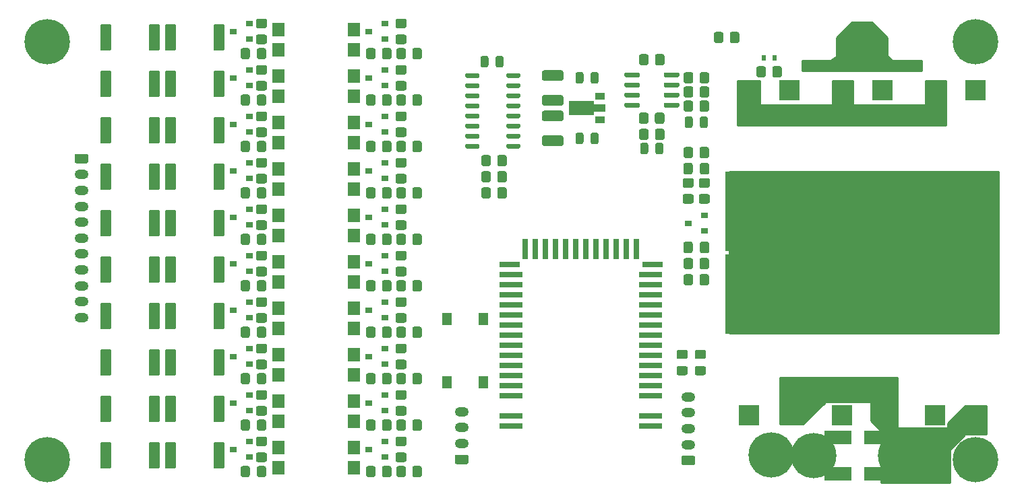
<source format=gts>
G04 #@! TF.GenerationSoftware,KiCad,Pcbnew,(5.1.10)-1*
G04 #@! TF.CreationDate,2021-09-07T10:06:12+02:00*
G04 #@! TF.ProjectId,GatzBMS,4761747a-424d-4532-9e6b-696361645f70,rev?*
G04 #@! TF.SameCoordinates,Original*
G04 #@! TF.FileFunction,Soldermask,Top*
G04 #@! TF.FilePolarity,Negative*
%FSLAX46Y46*%
G04 Gerber Fmt 4.6, Leading zero omitted, Abs format (unit mm)*
G04 Created by KiCad (PCBNEW (5.1.10)-1) date 2021-09-07 10:06:12*
%MOMM*%
%LPD*%
G01*
G04 APERTURE LIST*
%ADD10O,1.750000X1.200000*%
%ADD11C,5.700000*%
%ADD12C,3.600000*%
%ADD13R,3.500000X1.800000*%
%ADD14R,11.000000X10.000000*%
%ADD15R,2.500000X2.500000*%
%ADD16O,2.500000X2.500000*%
%ADD17R,1.500000X1.780000*%
%ADD18R,0.900000X0.800000*%
%ADD19R,0.800000X2.500000*%
%ADD20R,3.000000X0.800000*%
%ADD21R,2.500000X0.800000*%
%ADD22C,0.100000*%
%ADD23R,1.300000X0.900000*%
%ADD24R,1.300000X1.550000*%
%ADD25R,0.600000X0.700000*%
%ADD26C,0.254000*%
G04 APERTURE END LIST*
G36*
G01*
X346056000Y-126295999D02*
X346056000Y-127196001D01*
G75*
G02*
X345806001Y-127446000I-249999J0D01*
G01*
X345105999Y-127446000D01*
G75*
G02*
X344856000Y-127196001I0J249999D01*
G01*
X344856000Y-126295999D01*
G75*
G02*
X345105999Y-126046000I249999J0D01*
G01*
X345806001Y-126046000D01*
G75*
G02*
X346056000Y-126295999I0J-249999D01*
G01*
G37*
G36*
G01*
X348056000Y-126295999D02*
X348056000Y-127196001D01*
G75*
G02*
X347806001Y-127446000I-249999J0D01*
G01*
X347105999Y-127446000D01*
G75*
G02*
X346856000Y-127196001I0J249999D01*
G01*
X346856000Y-126295999D01*
G75*
G02*
X347105999Y-126046000I249999J0D01*
G01*
X347806001Y-126046000D01*
G75*
G02*
X348056000Y-126295999I0J-249999D01*
G01*
G37*
G36*
G01*
X346006000Y-128303000D02*
X346006000Y-129253000D01*
G75*
G02*
X345756000Y-129503000I-250000J0D01*
G01*
X345081000Y-129503000D01*
G75*
G02*
X344831000Y-129253000I0J250000D01*
G01*
X344831000Y-128303000D01*
G75*
G02*
X345081000Y-128053000I250000J0D01*
G01*
X345756000Y-128053000D01*
G75*
G02*
X346006000Y-128303000I0J-250000D01*
G01*
G37*
G36*
G01*
X348081000Y-128303000D02*
X348081000Y-129253000D01*
G75*
G02*
X347831000Y-129503000I-250000J0D01*
G01*
X347156000Y-129503000D01*
G75*
G02*
X346906000Y-129253000I0J250000D01*
G01*
X346906000Y-128303000D01*
G75*
G02*
X347156000Y-128053000I250000J0D01*
G01*
X347831000Y-128053000D01*
G75*
G02*
X348081000Y-128303000I0J-250000D01*
G01*
G37*
D10*
X345440000Y-157480000D03*
X345440000Y-159480000D03*
X345440000Y-161480000D03*
X345440000Y-163480000D03*
G36*
G01*
X346065001Y-166080000D02*
X344814999Y-166080000D01*
G75*
G02*
X344565000Y-165830001I0J249999D01*
G01*
X344565000Y-165129999D01*
G75*
G02*
X344814999Y-164880000I249999J0D01*
G01*
X346065001Y-164880000D01*
G75*
G02*
X346315000Y-165129999I0J-249999D01*
G01*
X346315000Y-165830001D01*
G75*
G02*
X346065001Y-166080000I-249999J0D01*
G01*
G37*
D11*
X381508000Y-165354000D03*
D12*
X381508000Y-165354000D03*
D11*
X381508000Y-112776000D03*
D12*
X381508000Y-112776000D03*
D11*
X264922000Y-165354000D03*
D12*
X264922000Y-165354000D03*
D11*
X264922000Y-112776000D03*
D12*
X264922000Y-112776000D03*
G36*
G01*
X346006000Y-138209000D02*
X346006000Y-139159000D01*
G75*
G02*
X345756000Y-139409000I-250000J0D01*
G01*
X345081000Y-139409000D01*
G75*
G02*
X344831000Y-139159000I0J250000D01*
G01*
X344831000Y-138209000D01*
G75*
G02*
X345081000Y-137959000I250000J0D01*
G01*
X345756000Y-137959000D01*
G75*
G02*
X346006000Y-138209000I0J-250000D01*
G01*
G37*
G36*
G01*
X348081000Y-138209000D02*
X348081000Y-139159000D01*
G75*
G02*
X347831000Y-139409000I-250000J0D01*
G01*
X347156000Y-139409000D01*
G75*
G02*
X346906000Y-139159000I0J250000D01*
G01*
X346906000Y-138209000D01*
G75*
G02*
X347156000Y-137959000I250000J0D01*
G01*
X347831000Y-137959000D01*
G75*
G02*
X348081000Y-138209000I0J-250000D01*
G01*
G37*
G36*
G01*
X346856000Y-143198001D02*
X346856000Y-142297999D01*
G75*
G02*
X347105999Y-142048000I249999J0D01*
G01*
X347806001Y-142048000D01*
G75*
G02*
X348056000Y-142297999I0J-249999D01*
G01*
X348056000Y-143198001D01*
G75*
G02*
X347806001Y-143448000I-249999J0D01*
G01*
X347105999Y-143448000D01*
G75*
G02*
X346856000Y-143198001I0J249999D01*
G01*
G37*
G36*
G01*
X344856000Y-143198001D02*
X344856000Y-142297999D01*
G75*
G02*
X345105999Y-142048000I249999J0D01*
G01*
X345806001Y-142048000D01*
G75*
G02*
X346056000Y-142297999I0J-249999D01*
G01*
X346056000Y-143198001D01*
G75*
G02*
X345806001Y-143448000I-249999J0D01*
G01*
X345105999Y-143448000D01*
G75*
G02*
X344856000Y-143198001I0J249999D01*
G01*
G37*
G36*
G01*
X346056000Y-140265999D02*
X346056000Y-141166001D01*
G75*
G02*
X345806001Y-141416000I-249999J0D01*
G01*
X345105999Y-141416000D01*
G75*
G02*
X344856000Y-141166001I0J249999D01*
G01*
X344856000Y-140265999D01*
G75*
G02*
X345105999Y-140016000I249999J0D01*
G01*
X345806001Y-140016000D01*
G75*
G02*
X346056000Y-140265999I0J-249999D01*
G01*
G37*
G36*
G01*
X348056000Y-140265999D02*
X348056000Y-141166001D01*
G75*
G02*
X347806001Y-141416000I-249999J0D01*
G01*
X347105999Y-141416000D01*
G75*
G02*
X346856000Y-141166001I0J249999D01*
G01*
X346856000Y-140265999D01*
G75*
G02*
X347105999Y-140016000I249999J0D01*
G01*
X347806001Y-140016000D01*
G75*
G02*
X348056000Y-140265999I0J-249999D01*
G01*
G37*
D11*
X355840000Y-164766000D03*
D12*
X355840000Y-164766000D03*
D13*
X369276000Y-162560000D03*
X364276000Y-162560000D03*
X369276000Y-167132000D03*
X364276000Y-167132000D03*
D11*
X361188000Y-164846000D03*
D12*
X361188000Y-164846000D03*
D14*
X355600000Y-134112000D03*
D15*
X358140000Y-118872000D03*
D16*
X353060000Y-118872000D03*
D14*
X378968000Y-134112000D03*
D15*
X381508000Y-118872000D03*
D16*
X376428000Y-118872000D03*
D14*
X367284000Y-134112000D03*
D15*
X369824000Y-118872000D03*
D16*
X364744000Y-118872000D03*
G36*
G01*
X349866000Y-111817999D02*
X349866000Y-112718001D01*
G75*
G02*
X349616001Y-112968000I-249999J0D01*
G01*
X348915999Y-112968000D01*
G75*
G02*
X348666000Y-112718001I0J249999D01*
G01*
X348666000Y-111817999D01*
G75*
G02*
X348915999Y-111568000I249999J0D01*
G01*
X349616001Y-111568000D01*
G75*
G02*
X349866000Y-111817999I0J-249999D01*
G01*
G37*
G36*
G01*
X351866000Y-111817999D02*
X351866000Y-112718001D01*
G75*
G02*
X351616001Y-112968000I-249999J0D01*
G01*
X350915999Y-112968000D01*
G75*
G02*
X350666000Y-112718001I0J249999D01*
G01*
X350666000Y-111817999D01*
G75*
G02*
X350915999Y-111568000I249999J0D01*
G01*
X351616001Y-111568000D01*
G75*
G02*
X351866000Y-111817999I0J-249999D01*
G01*
G37*
G36*
G01*
X346906000Y-123411000D02*
X346906000Y-122461000D01*
G75*
G02*
X347156000Y-122211000I250000J0D01*
G01*
X347656000Y-122211000D01*
G75*
G02*
X347906000Y-122461000I0J-250000D01*
G01*
X347906000Y-123411000D01*
G75*
G02*
X347656000Y-123661000I-250000J0D01*
G01*
X347156000Y-123661000D01*
G75*
G02*
X346906000Y-123411000I0J250000D01*
G01*
G37*
G36*
G01*
X345006000Y-123411000D02*
X345006000Y-122461000D01*
G75*
G02*
X345256000Y-122211000I250000J0D01*
G01*
X345756000Y-122211000D01*
G75*
G02*
X346006000Y-122461000I0J-250000D01*
G01*
X346006000Y-123411000D01*
G75*
G02*
X345756000Y-123661000I-250000J0D01*
G01*
X345256000Y-123661000D01*
G75*
G02*
X345006000Y-123411000I0J250000D01*
G01*
G37*
D14*
X355600000Y-144526000D03*
D15*
X353060000Y-159766000D03*
D16*
X358140000Y-159766000D03*
G36*
G01*
X344989999Y-131972000D02*
X345890001Y-131972000D01*
G75*
G02*
X346140000Y-132221999I0J-249999D01*
G01*
X346140000Y-132922001D01*
G75*
G02*
X345890001Y-133172000I-249999J0D01*
G01*
X344989999Y-133172000D01*
G75*
G02*
X344740000Y-132922001I0J249999D01*
G01*
X344740000Y-132221999D01*
G75*
G02*
X344989999Y-131972000I249999J0D01*
G01*
G37*
G36*
G01*
X344989999Y-129972000D02*
X345890001Y-129972000D01*
G75*
G02*
X346140000Y-130221999I0J-249999D01*
G01*
X346140000Y-130922001D01*
G75*
G02*
X345890001Y-131172000I-249999J0D01*
G01*
X344989999Y-131172000D01*
G75*
G02*
X344740000Y-130922001I0J249999D01*
G01*
X344740000Y-130221999D01*
G75*
G02*
X344989999Y-129972000I249999J0D01*
G01*
G37*
D17*
X303469000Y-166370000D03*
X293939000Y-163830000D03*
X303469000Y-163830000D03*
X293939000Y-166370000D03*
X293939000Y-160528000D03*
X303469000Y-157988000D03*
X293939000Y-157988000D03*
X303469000Y-160528000D03*
X293939000Y-154686000D03*
X303469000Y-152146000D03*
X293939000Y-152146000D03*
X303469000Y-154686000D03*
X293939000Y-148844000D03*
X303469000Y-146304000D03*
X293939000Y-146304000D03*
X303469000Y-148844000D03*
X293939000Y-143002000D03*
X303469000Y-140462000D03*
X293939000Y-140462000D03*
X303469000Y-143002000D03*
X293939000Y-137160000D03*
X303469000Y-134620000D03*
X293939000Y-134620000D03*
X303469000Y-137160000D03*
X293939000Y-131318000D03*
X303469000Y-128778000D03*
X293939000Y-128778000D03*
X303469000Y-131318000D03*
X293939000Y-125476000D03*
X303469000Y-122936000D03*
X293939000Y-122936000D03*
X303469000Y-125476000D03*
X293939000Y-119634000D03*
X303469000Y-117094000D03*
X293939000Y-117094000D03*
X303469000Y-119634000D03*
X293939000Y-113792000D03*
X303469000Y-111252000D03*
X293939000Y-111252000D03*
X303469000Y-113792000D03*
G36*
G01*
X279714000Y-166271001D02*
X279714000Y-163420999D01*
G75*
G02*
X279963999Y-163171000I249999J0D01*
G01*
X280864001Y-163171000D01*
G75*
G02*
X281114000Y-163420999I0J-249999D01*
G01*
X281114000Y-166271001D01*
G75*
G02*
X280864001Y-166521000I-249999J0D01*
G01*
X279963999Y-166521000D01*
G75*
G02*
X279714000Y-166271001I0J249999D01*
G01*
G37*
G36*
G01*
X285814000Y-166271001D02*
X285814000Y-163420999D01*
G75*
G02*
X286063999Y-163171000I249999J0D01*
G01*
X286964001Y-163171000D01*
G75*
G02*
X287214000Y-163420999I0J-249999D01*
G01*
X287214000Y-166271001D01*
G75*
G02*
X286964001Y-166521000I-249999J0D01*
G01*
X286063999Y-166521000D01*
G75*
G02*
X285814000Y-166271001I0J249999D01*
G01*
G37*
G36*
G01*
X271586000Y-166271001D02*
X271586000Y-163420999D01*
G75*
G02*
X271835999Y-163171000I249999J0D01*
G01*
X272736001Y-163171000D01*
G75*
G02*
X272986000Y-163420999I0J-249999D01*
G01*
X272986000Y-166271001D01*
G75*
G02*
X272736001Y-166521000I-249999J0D01*
G01*
X271835999Y-166521000D01*
G75*
G02*
X271586000Y-166271001I0J249999D01*
G01*
G37*
G36*
G01*
X277686000Y-166271001D02*
X277686000Y-163420999D01*
G75*
G02*
X277935999Y-163171000I249999J0D01*
G01*
X278836001Y-163171000D01*
G75*
G02*
X279086000Y-163420999I0J-249999D01*
G01*
X279086000Y-166271001D01*
G75*
G02*
X278836001Y-166521000I-249999J0D01*
G01*
X277935999Y-166521000D01*
G75*
G02*
X277686000Y-166271001I0J249999D01*
G01*
G37*
G36*
G01*
X292296001Y-165684000D02*
X291395999Y-165684000D01*
G75*
G02*
X291146000Y-165434001I0J249999D01*
G01*
X291146000Y-164733999D01*
G75*
G02*
X291395999Y-164484000I249999J0D01*
G01*
X292296001Y-164484000D01*
G75*
G02*
X292546000Y-164733999I0J-249999D01*
G01*
X292546000Y-165434001D01*
G75*
G02*
X292296001Y-165684000I-249999J0D01*
G01*
G37*
G36*
G01*
X292296001Y-163684000D02*
X291395999Y-163684000D01*
G75*
G02*
X291146000Y-163434001I0J249999D01*
G01*
X291146000Y-162733999D01*
G75*
G02*
X291395999Y-162484000I249999J0D01*
G01*
X292296001Y-162484000D01*
G75*
G02*
X292546000Y-162733999I0J-249999D01*
G01*
X292546000Y-163434001D01*
G75*
G02*
X292296001Y-163684000I-249999J0D01*
G01*
G37*
G36*
G01*
X308178000Y-166427999D02*
X308178000Y-167328001D01*
G75*
G02*
X307928001Y-167578000I-249999J0D01*
G01*
X307227999Y-167578000D01*
G75*
G02*
X306978000Y-167328001I0J249999D01*
G01*
X306978000Y-166427999D01*
G75*
G02*
X307227999Y-166178000I249999J0D01*
G01*
X307928001Y-166178000D01*
G75*
G02*
X308178000Y-166427999I0J-249999D01*
G01*
G37*
G36*
G01*
X306178000Y-166427999D02*
X306178000Y-167328001D01*
G75*
G02*
X305928001Y-167578000I-249999J0D01*
G01*
X305227999Y-167578000D01*
G75*
G02*
X304978000Y-167328001I0J249999D01*
G01*
X304978000Y-166427999D01*
G75*
G02*
X305227999Y-166178000I249999J0D01*
G01*
X305928001Y-166178000D01*
G75*
G02*
X306178000Y-166427999I0J-249999D01*
G01*
G37*
G36*
G01*
X309822001Y-165684000D02*
X308921999Y-165684000D01*
G75*
G02*
X308672000Y-165434001I0J249999D01*
G01*
X308672000Y-164733999D01*
G75*
G02*
X308921999Y-164484000I249999J0D01*
G01*
X309822001Y-164484000D01*
G75*
G02*
X310072000Y-164733999I0J-249999D01*
G01*
X310072000Y-165434001D01*
G75*
G02*
X309822001Y-165684000I-249999J0D01*
G01*
G37*
G36*
G01*
X309822001Y-163684000D02*
X308921999Y-163684000D01*
G75*
G02*
X308672000Y-163434001I0J249999D01*
G01*
X308672000Y-162733999D01*
G75*
G02*
X308921999Y-162484000I249999J0D01*
G01*
X309822001Y-162484000D01*
G75*
G02*
X310072000Y-162733999I0J-249999D01*
G01*
X310072000Y-163434001D01*
G75*
G02*
X309822001Y-163684000I-249999J0D01*
G01*
G37*
G36*
G01*
X308788000Y-167328001D02*
X308788000Y-166427999D01*
G75*
G02*
X309037999Y-166178000I249999J0D01*
G01*
X309738001Y-166178000D01*
G75*
G02*
X309988000Y-166427999I0J-249999D01*
G01*
X309988000Y-167328001D01*
G75*
G02*
X309738001Y-167578000I-249999J0D01*
G01*
X309037999Y-167578000D01*
G75*
G02*
X308788000Y-167328001I0J249999D01*
G01*
G37*
G36*
G01*
X310788000Y-167328001D02*
X310788000Y-166427999D01*
G75*
G02*
X311037999Y-166178000I249999J0D01*
G01*
X311738001Y-166178000D01*
G75*
G02*
X311988000Y-166427999I0J-249999D01*
G01*
X311988000Y-167328001D01*
G75*
G02*
X311738001Y-167578000I-249999J0D01*
G01*
X311037999Y-167578000D01*
G75*
G02*
X310788000Y-167328001I0J249999D01*
G01*
G37*
G36*
G01*
X285814000Y-160429001D02*
X285814000Y-157578999D01*
G75*
G02*
X286063999Y-157329000I249999J0D01*
G01*
X286964001Y-157329000D01*
G75*
G02*
X287214000Y-157578999I0J-249999D01*
G01*
X287214000Y-160429001D01*
G75*
G02*
X286964001Y-160679000I-249999J0D01*
G01*
X286063999Y-160679000D01*
G75*
G02*
X285814000Y-160429001I0J249999D01*
G01*
G37*
G36*
G01*
X279714000Y-160429001D02*
X279714000Y-157578999D01*
G75*
G02*
X279963999Y-157329000I249999J0D01*
G01*
X280864001Y-157329000D01*
G75*
G02*
X281114000Y-157578999I0J-249999D01*
G01*
X281114000Y-160429001D01*
G75*
G02*
X280864001Y-160679000I-249999J0D01*
G01*
X279963999Y-160679000D01*
G75*
G02*
X279714000Y-160429001I0J249999D01*
G01*
G37*
G36*
G01*
X277686000Y-160429001D02*
X277686000Y-157578999D01*
G75*
G02*
X277935999Y-157329000I249999J0D01*
G01*
X278836001Y-157329000D01*
G75*
G02*
X279086000Y-157578999I0J-249999D01*
G01*
X279086000Y-160429001D01*
G75*
G02*
X278836001Y-160679000I-249999J0D01*
G01*
X277935999Y-160679000D01*
G75*
G02*
X277686000Y-160429001I0J249999D01*
G01*
G37*
G36*
G01*
X271586000Y-160429001D02*
X271586000Y-157578999D01*
G75*
G02*
X271835999Y-157329000I249999J0D01*
G01*
X272736001Y-157329000D01*
G75*
G02*
X272986000Y-157578999I0J-249999D01*
G01*
X272986000Y-160429001D01*
G75*
G02*
X272736001Y-160679000I-249999J0D01*
G01*
X271835999Y-160679000D01*
G75*
G02*
X271586000Y-160429001I0J249999D01*
G01*
G37*
G36*
G01*
X292296001Y-157842000D02*
X291395999Y-157842000D01*
G75*
G02*
X291146000Y-157592001I0J249999D01*
G01*
X291146000Y-156891999D01*
G75*
G02*
X291395999Y-156642000I249999J0D01*
G01*
X292296001Y-156642000D01*
G75*
G02*
X292546000Y-156891999I0J-249999D01*
G01*
X292546000Y-157592001D01*
G75*
G02*
X292296001Y-157842000I-249999J0D01*
G01*
G37*
G36*
G01*
X292296001Y-159842000D02*
X291395999Y-159842000D01*
G75*
G02*
X291146000Y-159592001I0J249999D01*
G01*
X291146000Y-158891999D01*
G75*
G02*
X291395999Y-158642000I249999J0D01*
G01*
X292296001Y-158642000D01*
G75*
G02*
X292546000Y-158891999I0J-249999D01*
G01*
X292546000Y-159592001D01*
G75*
G02*
X292296001Y-159842000I-249999J0D01*
G01*
G37*
G36*
G01*
X306178000Y-160585999D02*
X306178000Y-161486001D01*
G75*
G02*
X305928001Y-161736000I-249999J0D01*
G01*
X305227999Y-161736000D01*
G75*
G02*
X304978000Y-161486001I0J249999D01*
G01*
X304978000Y-160585999D01*
G75*
G02*
X305227999Y-160336000I249999J0D01*
G01*
X305928001Y-160336000D01*
G75*
G02*
X306178000Y-160585999I0J-249999D01*
G01*
G37*
G36*
G01*
X308178000Y-160585999D02*
X308178000Y-161486001D01*
G75*
G02*
X307928001Y-161736000I-249999J0D01*
G01*
X307227999Y-161736000D01*
G75*
G02*
X306978000Y-161486001I0J249999D01*
G01*
X306978000Y-160585999D01*
G75*
G02*
X307227999Y-160336000I249999J0D01*
G01*
X307928001Y-160336000D01*
G75*
G02*
X308178000Y-160585999I0J-249999D01*
G01*
G37*
G36*
G01*
X309822001Y-157842000D02*
X308921999Y-157842000D01*
G75*
G02*
X308672000Y-157592001I0J249999D01*
G01*
X308672000Y-156891999D01*
G75*
G02*
X308921999Y-156642000I249999J0D01*
G01*
X309822001Y-156642000D01*
G75*
G02*
X310072000Y-156891999I0J-249999D01*
G01*
X310072000Y-157592001D01*
G75*
G02*
X309822001Y-157842000I-249999J0D01*
G01*
G37*
G36*
G01*
X309822001Y-159842000D02*
X308921999Y-159842000D01*
G75*
G02*
X308672000Y-159592001I0J249999D01*
G01*
X308672000Y-158891999D01*
G75*
G02*
X308921999Y-158642000I249999J0D01*
G01*
X309822001Y-158642000D01*
G75*
G02*
X310072000Y-158891999I0J-249999D01*
G01*
X310072000Y-159592001D01*
G75*
G02*
X309822001Y-159842000I-249999J0D01*
G01*
G37*
G36*
G01*
X310788000Y-161486001D02*
X310788000Y-160585999D01*
G75*
G02*
X311037999Y-160336000I249999J0D01*
G01*
X311738001Y-160336000D01*
G75*
G02*
X311988000Y-160585999I0J-249999D01*
G01*
X311988000Y-161486001D01*
G75*
G02*
X311738001Y-161736000I-249999J0D01*
G01*
X311037999Y-161736000D01*
G75*
G02*
X310788000Y-161486001I0J249999D01*
G01*
G37*
G36*
G01*
X308788000Y-161486001D02*
X308788000Y-160585999D01*
G75*
G02*
X309037999Y-160336000I249999J0D01*
G01*
X309738001Y-160336000D01*
G75*
G02*
X309988000Y-160585999I0J-249999D01*
G01*
X309988000Y-161486001D01*
G75*
G02*
X309738001Y-161736000I-249999J0D01*
G01*
X309037999Y-161736000D01*
G75*
G02*
X308788000Y-161486001I0J249999D01*
G01*
G37*
G36*
G01*
X285814000Y-154587001D02*
X285814000Y-151736999D01*
G75*
G02*
X286063999Y-151487000I249999J0D01*
G01*
X286964001Y-151487000D01*
G75*
G02*
X287214000Y-151736999I0J-249999D01*
G01*
X287214000Y-154587001D01*
G75*
G02*
X286964001Y-154837000I-249999J0D01*
G01*
X286063999Y-154837000D01*
G75*
G02*
X285814000Y-154587001I0J249999D01*
G01*
G37*
G36*
G01*
X279714000Y-154587001D02*
X279714000Y-151736999D01*
G75*
G02*
X279963999Y-151487000I249999J0D01*
G01*
X280864001Y-151487000D01*
G75*
G02*
X281114000Y-151736999I0J-249999D01*
G01*
X281114000Y-154587001D01*
G75*
G02*
X280864001Y-154837000I-249999J0D01*
G01*
X279963999Y-154837000D01*
G75*
G02*
X279714000Y-154587001I0J249999D01*
G01*
G37*
G36*
G01*
X277686000Y-154587001D02*
X277686000Y-151736999D01*
G75*
G02*
X277935999Y-151487000I249999J0D01*
G01*
X278836001Y-151487000D01*
G75*
G02*
X279086000Y-151736999I0J-249999D01*
G01*
X279086000Y-154587001D01*
G75*
G02*
X278836001Y-154837000I-249999J0D01*
G01*
X277935999Y-154837000D01*
G75*
G02*
X277686000Y-154587001I0J249999D01*
G01*
G37*
G36*
G01*
X271586000Y-154587001D02*
X271586000Y-151736999D01*
G75*
G02*
X271835999Y-151487000I249999J0D01*
G01*
X272736001Y-151487000D01*
G75*
G02*
X272986000Y-151736999I0J-249999D01*
G01*
X272986000Y-154587001D01*
G75*
G02*
X272736001Y-154837000I-249999J0D01*
G01*
X271835999Y-154837000D01*
G75*
G02*
X271586000Y-154587001I0J249999D01*
G01*
G37*
G36*
G01*
X292296001Y-152000000D02*
X291395999Y-152000000D01*
G75*
G02*
X291146000Y-151750001I0J249999D01*
G01*
X291146000Y-151049999D01*
G75*
G02*
X291395999Y-150800000I249999J0D01*
G01*
X292296001Y-150800000D01*
G75*
G02*
X292546000Y-151049999I0J-249999D01*
G01*
X292546000Y-151750001D01*
G75*
G02*
X292296001Y-152000000I-249999J0D01*
G01*
G37*
G36*
G01*
X292296001Y-154000000D02*
X291395999Y-154000000D01*
G75*
G02*
X291146000Y-153750001I0J249999D01*
G01*
X291146000Y-153049999D01*
G75*
G02*
X291395999Y-152800000I249999J0D01*
G01*
X292296001Y-152800000D01*
G75*
G02*
X292546000Y-153049999I0J-249999D01*
G01*
X292546000Y-153750001D01*
G75*
G02*
X292296001Y-154000000I-249999J0D01*
G01*
G37*
G36*
G01*
X306178000Y-154743999D02*
X306178000Y-155644001D01*
G75*
G02*
X305928001Y-155894000I-249999J0D01*
G01*
X305227999Y-155894000D01*
G75*
G02*
X304978000Y-155644001I0J249999D01*
G01*
X304978000Y-154743999D01*
G75*
G02*
X305227999Y-154494000I249999J0D01*
G01*
X305928001Y-154494000D01*
G75*
G02*
X306178000Y-154743999I0J-249999D01*
G01*
G37*
G36*
G01*
X308178000Y-154743999D02*
X308178000Y-155644001D01*
G75*
G02*
X307928001Y-155894000I-249999J0D01*
G01*
X307227999Y-155894000D01*
G75*
G02*
X306978000Y-155644001I0J249999D01*
G01*
X306978000Y-154743999D01*
G75*
G02*
X307227999Y-154494000I249999J0D01*
G01*
X307928001Y-154494000D01*
G75*
G02*
X308178000Y-154743999I0J-249999D01*
G01*
G37*
G36*
G01*
X309822001Y-152000000D02*
X308921999Y-152000000D01*
G75*
G02*
X308672000Y-151750001I0J249999D01*
G01*
X308672000Y-151049999D01*
G75*
G02*
X308921999Y-150800000I249999J0D01*
G01*
X309822001Y-150800000D01*
G75*
G02*
X310072000Y-151049999I0J-249999D01*
G01*
X310072000Y-151750001D01*
G75*
G02*
X309822001Y-152000000I-249999J0D01*
G01*
G37*
G36*
G01*
X309822001Y-154000000D02*
X308921999Y-154000000D01*
G75*
G02*
X308672000Y-153750001I0J249999D01*
G01*
X308672000Y-153049999D01*
G75*
G02*
X308921999Y-152800000I249999J0D01*
G01*
X309822001Y-152800000D01*
G75*
G02*
X310072000Y-153049999I0J-249999D01*
G01*
X310072000Y-153750001D01*
G75*
G02*
X309822001Y-154000000I-249999J0D01*
G01*
G37*
G36*
G01*
X310788000Y-155644001D02*
X310788000Y-154743999D01*
G75*
G02*
X311037999Y-154494000I249999J0D01*
G01*
X311738001Y-154494000D01*
G75*
G02*
X311988000Y-154743999I0J-249999D01*
G01*
X311988000Y-155644001D01*
G75*
G02*
X311738001Y-155894000I-249999J0D01*
G01*
X311037999Y-155894000D01*
G75*
G02*
X310788000Y-155644001I0J249999D01*
G01*
G37*
G36*
G01*
X308788000Y-155644001D02*
X308788000Y-154743999D01*
G75*
G02*
X309037999Y-154494000I249999J0D01*
G01*
X309738001Y-154494000D01*
G75*
G02*
X309988000Y-154743999I0J-249999D01*
G01*
X309988000Y-155644001D01*
G75*
G02*
X309738001Y-155894000I-249999J0D01*
G01*
X309037999Y-155894000D01*
G75*
G02*
X308788000Y-155644001I0J249999D01*
G01*
G37*
G36*
G01*
X285814000Y-148745001D02*
X285814000Y-145894999D01*
G75*
G02*
X286063999Y-145645000I249999J0D01*
G01*
X286964001Y-145645000D01*
G75*
G02*
X287214000Y-145894999I0J-249999D01*
G01*
X287214000Y-148745001D01*
G75*
G02*
X286964001Y-148995000I-249999J0D01*
G01*
X286063999Y-148995000D01*
G75*
G02*
X285814000Y-148745001I0J249999D01*
G01*
G37*
G36*
G01*
X279714000Y-148745001D02*
X279714000Y-145894999D01*
G75*
G02*
X279963999Y-145645000I249999J0D01*
G01*
X280864001Y-145645000D01*
G75*
G02*
X281114000Y-145894999I0J-249999D01*
G01*
X281114000Y-148745001D01*
G75*
G02*
X280864001Y-148995000I-249999J0D01*
G01*
X279963999Y-148995000D01*
G75*
G02*
X279714000Y-148745001I0J249999D01*
G01*
G37*
G36*
G01*
X277686000Y-148745001D02*
X277686000Y-145894999D01*
G75*
G02*
X277935999Y-145645000I249999J0D01*
G01*
X278836001Y-145645000D01*
G75*
G02*
X279086000Y-145894999I0J-249999D01*
G01*
X279086000Y-148745001D01*
G75*
G02*
X278836001Y-148995000I-249999J0D01*
G01*
X277935999Y-148995000D01*
G75*
G02*
X277686000Y-148745001I0J249999D01*
G01*
G37*
G36*
G01*
X271586000Y-148745001D02*
X271586000Y-145894999D01*
G75*
G02*
X271835999Y-145645000I249999J0D01*
G01*
X272736001Y-145645000D01*
G75*
G02*
X272986000Y-145894999I0J-249999D01*
G01*
X272986000Y-148745001D01*
G75*
G02*
X272736001Y-148995000I-249999J0D01*
G01*
X271835999Y-148995000D01*
G75*
G02*
X271586000Y-148745001I0J249999D01*
G01*
G37*
G36*
G01*
X292296001Y-146158000D02*
X291395999Y-146158000D01*
G75*
G02*
X291146000Y-145908001I0J249999D01*
G01*
X291146000Y-145207999D01*
G75*
G02*
X291395999Y-144958000I249999J0D01*
G01*
X292296001Y-144958000D01*
G75*
G02*
X292546000Y-145207999I0J-249999D01*
G01*
X292546000Y-145908001D01*
G75*
G02*
X292296001Y-146158000I-249999J0D01*
G01*
G37*
G36*
G01*
X292296001Y-148158000D02*
X291395999Y-148158000D01*
G75*
G02*
X291146000Y-147908001I0J249999D01*
G01*
X291146000Y-147207999D01*
G75*
G02*
X291395999Y-146958000I249999J0D01*
G01*
X292296001Y-146958000D01*
G75*
G02*
X292546000Y-147207999I0J-249999D01*
G01*
X292546000Y-147908001D01*
G75*
G02*
X292296001Y-148158000I-249999J0D01*
G01*
G37*
G36*
G01*
X306178000Y-148901999D02*
X306178000Y-149802001D01*
G75*
G02*
X305928001Y-150052000I-249999J0D01*
G01*
X305227999Y-150052000D01*
G75*
G02*
X304978000Y-149802001I0J249999D01*
G01*
X304978000Y-148901999D01*
G75*
G02*
X305227999Y-148652000I249999J0D01*
G01*
X305928001Y-148652000D01*
G75*
G02*
X306178000Y-148901999I0J-249999D01*
G01*
G37*
G36*
G01*
X308178000Y-148901999D02*
X308178000Y-149802001D01*
G75*
G02*
X307928001Y-150052000I-249999J0D01*
G01*
X307227999Y-150052000D01*
G75*
G02*
X306978000Y-149802001I0J249999D01*
G01*
X306978000Y-148901999D01*
G75*
G02*
X307227999Y-148652000I249999J0D01*
G01*
X307928001Y-148652000D01*
G75*
G02*
X308178000Y-148901999I0J-249999D01*
G01*
G37*
G36*
G01*
X309822001Y-146158000D02*
X308921999Y-146158000D01*
G75*
G02*
X308672000Y-145908001I0J249999D01*
G01*
X308672000Y-145207999D01*
G75*
G02*
X308921999Y-144958000I249999J0D01*
G01*
X309822001Y-144958000D01*
G75*
G02*
X310072000Y-145207999I0J-249999D01*
G01*
X310072000Y-145908001D01*
G75*
G02*
X309822001Y-146158000I-249999J0D01*
G01*
G37*
G36*
G01*
X309822001Y-148158000D02*
X308921999Y-148158000D01*
G75*
G02*
X308672000Y-147908001I0J249999D01*
G01*
X308672000Y-147207999D01*
G75*
G02*
X308921999Y-146958000I249999J0D01*
G01*
X309822001Y-146958000D01*
G75*
G02*
X310072000Y-147207999I0J-249999D01*
G01*
X310072000Y-147908001D01*
G75*
G02*
X309822001Y-148158000I-249999J0D01*
G01*
G37*
G36*
G01*
X310788000Y-149802001D02*
X310788000Y-148901999D01*
G75*
G02*
X311037999Y-148652000I249999J0D01*
G01*
X311738001Y-148652000D01*
G75*
G02*
X311988000Y-148901999I0J-249999D01*
G01*
X311988000Y-149802001D01*
G75*
G02*
X311738001Y-150052000I-249999J0D01*
G01*
X311037999Y-150052000D01*
G75*
G02*
X310788000Y-149802001I0J249999D01*
G01*
G37*
G36*
G01*
X308788000Y-149802001D02*
X308788000Y-148901999D01*
G75*
G02*
X309037999Y-148652000I249999J0D01*
G01*
X309738001Y-148652000D01*
G75*
G02*
X309988000Y-148901999I0J-249999D01*
G01*
X309988000Y-149802001D01*
G75*
G02*
X309738001Y-150052000I-249999J0D01*
G01*
X309037999Y-150052000D01*
G75*
G02*
X308788000Y-149802001I0J249999D01*
G01*
G37*
G36*
G01*
X285814000Y-142903001D02*
X285814000Y-140052999D01*
G75*
G02*
X286063999Y-139803000I249999J0D01*
G01*
X286964001Y-139803000D01*
G75*
G02*
X287214000Y-140052999I0J-249999D01*
G01*
X287214000Y-142903001D01*
G75*
G02*
X286964001Y-143153000I-249999J0D01*
G01*
X286063999Y-143153000D01*
G75*
G02*
X285814000Y-142903001I0J249999D01*
G01*
G37*
G36*
G01*
X279714000Y-142903001D02*
X279714000Y-140052999D01*
G75*
G02*
X279963999Y-139803000I249999J0D01*
G01*
X280864001Y-139803000D01*
G75*
G02*
X281114000Y-140052999I0J-249999D01*
G01*
X281114000Y-142903001D01*
G75*
G02*
X280864001Y-143153000I-249999J0D01*
G01*
X279963999Y-143153000D01*
G75*
G02*
X279714000Y-142903001I0J249999D01*
G01*
G37*
G36*
G01*
X277686000Y-142903001D02*
X277686000Y-140052999D01*
G75*
G02*
X277935999Y-139803000I249999J0D01*
G01*
X278836001Y-139803000D01*
G75*
G02*
X279086000Y-140052999I0J-249999D01*
G01*
X279086000Y-142903001D01*
G75*
G02*
X278836001Y-143153000I-249999J0D01*
G01*
X277935999Y-143153000D01*
G75*
G02*
X277686000Y-142903001I0J249999D01*
G01*
G37*
G36*
G01*
X271586000Y-142903001D02*
X271586000Y-140052999D01*
G75*
G02*
X271835999Y-139803000I249999J0D01*
G01*
X272736001Y-139803000D01*
G75*
G02*
X272986000Y-140052999I0J-249999D01*
G01*
X272986000Y-142903001D01*
G75*
G02*
X272736001Y-143153000I-249999J0D01*
G01*
X271835999Y-143153000D01*
G75*
G02*
X271586000Y-142903001I0J249999D01*
G01*
G37*
G36*
G01*
X292296001Y-140316000D02*
X291395999Y-140316000D01*
G75*
G02*
X291146000Y-140066001I0J249999D01*
G01*
X291146000Y-139365999D01*
G75*
G02*
X291395999Y-139116000I249999J0D01*
G01*
X292296001Y-139116000D01*
G75*
G02*
X292546000Y-139365999I0J-249999D01*
G01*
X292546000Y-140066001D01*
G75*
G02*
X292296001Y-140316000I-249999J0D01*
G01*
G37*
G36*
G01*
X292296001Y-142316000D02*
X291395999Y-142316000D01*
G75*
G02*
X291146000Y-142066001I0J249999D01*
G01*
X291146000Y-141365999D01*
G75*
G02*
X291395999Y-141116000I249999J0D01*
G01*
X292296001Y-141116000D01*
G75*
G02*
X292546000Y-141365999I0J-249999D01*
G01*
X292546000Y-142066001D01*
G75*
G02*
X292296001Y-142316000I-249999J0D01*
G01*
G37*
G36*
G01*
X306178000Y-143059999D02*
X306178000Y-143960001D01*
G75*
G02*
X305928001Y-144210000I-249999J0D01*
G01*
X305227999Y-144210000D01*
G75*
G02*
X304978000Y-143960001I0J249999D01*
G01*
X304978000Y-143059999D01*
G75*
G02*
X305227999Y-142810000I249999J0D01*
G01*
X305928001Y-142810000D01*
G75*
G02*
X306178000Y-143059999I0J-249999D01*
G01*
G37*
G36*
G01*
X308178000Y-143059999D02*
X308178000Y-143960001D01*
G75*
G02*
X307928001Y-144210000I-249999J0D01*
G01*
X307227999Y-144210000D01*
G75*
G02*
X306978000Y-143960001I0J249999D01*
G01*
X306978000Y-143059999D01*
G75*
G02*
X307227999Y-142810000I249999J0D01*
G01*
X307928001Y-142810000D01*
G75*
G02*
X308178000Y-143059999I0J-249999D01*
G01*
G37*
G36*
G01*
X309822001Y-140316000D02*
X308921999Y-140316000D01*
G75*
G02*
X308672000Y-140066001I0J249999D01*
G01*
X308672000Y-139365999D01*
G75*
G02*
X308921999Y-139116000I249999J0D01*
G01*
X309822001Y-139116000D01*
G75*
G02*
X310072000Y-139365999I0J-249999D01*
G01*
X310072000Y-140066001D01*
G75*
G02*
X309822001Y-140316000I-249999J0D01*
G01*
G37*
G36*
G01*
X309822001Y-142316000D02*
X308921999Y-142316000D01*
G75*
G02*
X308672000Y-142066001I0J249999D01*
G01*
X308672000Y-141365999D01*
G75*
G02*
X308921999Y-141116000I249999J0D01*
G01*
X309822001Y-141116000D01*
G75*
G02*
X310072000Y-141365999I0J-249999D01*
G01*
X310072000Y-142066001D01*
G75*
G02*
X309822001Y-142316000I-249999J0D01*
G01*
G37*
G36*
G01*
X310788000Y-143960001D02*
X310788000Y-143059999D01*
G75*
G02*
X311037999Y-142810000I249999J0D01*
G01*
X311738001Y-142810000D01*
G75*
G02*
X311988000Y-143059999I0J-249999D01*
G01*
X311988000Y-143960001D01*
G75*
G02*
X311738001Y-144210000I-249999J0D01*
G01*
X311037999Y-144210000D01*
G75*
G02*
X310788000Y-143960001I0J249999D01*
G01*
G37*
G36*
G01*
X308788000Y-143960001D02*
X308788000Y-143059999D01*
G75*
G02*
X309037999Y-142810000I249999J0D01*
G01*
X309738001Y-142810000D01*
G75*
G02*
X309988000Y-143059999I0J-249999D01*
G01*
X309988000Y-143960001D01*
G75*
G02*
X309738001Y-144210000I-249999J0D01*
G01*
X309037999Y-144210000D01*
G75*
G02*
X308788000Y-143960001I0J249999D01*
G01*
G37*
G36*
G01*
X285814000Y-137061001D02*
X285814000Y-134210999D01*
G75*
G02*
X286063999Y-133961000I249999J0D01*
G01*
X286964001Y-133961000D01*
G75*
G02*
X287214000Y-134210999I0J-249999D01*
G01*
X287214000Y-137061001D01*
G75*
G02*
X286964001Y-137311000I-249999J0D01*
G01*
X286063999Y-137311000D01*
G75*
G02*
X285814000Y-137061001I0J249999D01*
G01*
G37*
G36*
G01*
X279714000Y-137061001D02*
X279714000Y-134210999D01*
G75*
G02*
X279963999Y-133961000I249999J0D01*
G01*
X280864001Y-133961000D01*
G75*
G02*
X281114000Y-134210999I0J-249999D01*
G01*
X281114000Y-137061001D01*
G75*
G02*
X280864001Y-137311000I-249999J0D01*
G01*
X279963999Y-137311000D01*
G75*
G02*
X279714000Y-137061001I0J249999D01*
G01*
G37*
G36*
G01*
X277686000Y-137061001D02*
X277686000Y-134210999D01*
G75*
G02*
X277935999Y-133961000I249999J0D01*
G01*
X278836001Y-133961000D01*
G75*
G02*
X279086000Y-134210999I0J-249999D01*
G01*
X279086000Y-137061001D01*
G75*
G02*
X278836001Y-137311000I-249999J0D01*
G01*
X277935999Y-137311000D01*
G75*
G02*
X277686000Y-137061001I0J249999D01*
G01*
G37*
G36*
G01*
X271586000Y-137061001D02*
X271586000Y-134210999D01*
G75*
G02*
X271835999Y-133961000I249999J0D01*
G01*
X272736001Y-133961000D01*
G75*
G02*
X272986000Y-134210999I0J-249999D01*
G01*
X272986000Y-137061001D01*
G75*
G02*
X272736001Y-137311000I-249999J0D01*
G01*
X271835999Y-137311000D01*
G75*
G02*
X271586000Y-137061001I0J249999D01*
G01*
G37*
G36*
G01*
X292296001Y-134474000D02*
X291395999Y-134474000D01*
G75*
G02*
X291146000Y-134224001I0J249999D01*
G01*
X291146000Y-133523999D01*
G75*
G02*
X291395999Y-133274000I249999J0D01*
G01*
X292296001Y-133274000D01*
G75*
G02*
X292546000Y-133523999I0J-249999D01*
G01*
X292546000Y-134224001D01*
G75*
G02*
X292296001Y-134474000I-249999J0D01*
G01*
G37*
G36*
G01*
X292296001Y-136474000D02*
X291395999Y-136474000D01*
G75*
G02*
X291146000Y-136224001I0J249999D01*
G01*
X291146000Y-135523999D01*
G75*
G02*
X291395999Y-135274000I249999J0D01*
G01*
X292296001Y-135274000D01*
G75*
G02*
X292546000Y-135523999I0J-249999D01*
G01*
X292546000Y-136224001D01*
G75*
G02*
X292296001Y-136474000I-249999J0D01*
G01*
G37*
G36*
G01*
X306178000Y-137217999D02*
X306178000Y-138118001D01*
G75*
G02*
X305928001Y-138368000I-249999J0D01*
G01*
X305227999Y-138368000D01*
G75*
G02*
X304978000Y-138118001I0J249999D01*
G01*
X304978000Y-137217999D01*
G75*
G02*
X305227999Y-136968000I249999J0D01*
G01*
X305928001Y-136968000D01*
G75*
G02*
X306178000Y-137217999I0J-249999D01*
G01*
G37*
G36*
G01*
X308178000Y-137217999D02*
X308178000Y-138118001D01*
G75*
G02*
X307928001Y-138368000I-249999J0D01*
G01*
X307227999Y-138368000D01*
G75*
G02*
X306978000Y-138118001I0J249999D01*
G01*
X306978000Y-137217999D01*
G75*
G02*
X307227999Y-136968000I249999J0D01*
G01*
X307928001Y-136968000D01*
G75*
G02*
X308178000Y-137217999I0J-249999D01*
G01*
G37*
G36*
G01*
X309822001Y-134474000D02*
X308921999Y-134474000D01*
G75*
G02*
X308672000Y-134224001I0J249999D01*
G01*
X308672000Y-133523999D01*
G75*
G02*
X308921999Y-133274000I249999J0D01*
G01*
X309822001Y-133274000D01*
G75*
G02*
X310072000Y-133523999I0J-249999D01*
G01*
X310072000Y-134224001D01*
G75*
G02*
X309822001Y-134474000I-249999J0D01*
G01*
G37*
G36*
G01*
X309822001Y-136474000D02*
X308921999Y-136474000D01*
G75*
G02*
X308672000Y-136224001I0J249999D01*
G01*
X308672000Y-135523999D01*
G75*
G02*
X308921999Y-135274000I249999J0D01*
G01*
X309822001Y-135274000D01*
G75*
G02*
X310072000Y-135523999I0J-249999D01*
G01*
X310072000Y-136224001D01*
G75*
G02*
X309822001Y-136474000I-249999J0D01*
G01*
G37*
G36*
G01*
X310788000Y-138118001D02*
X310788000Y-137217999D01*
G75*
G02*
X311037999Y-136968000I249999J0D01*
G01*
X311738001Y-136968000D01*
G75*
G02*
X311988000Y-137217999I0J-249999D01*
G01*
X311988000Y-138118001D01*
G75*
G02*
X311738001Y-138368000I-249999J0D01*
G01*
X311037999Y-138368000D01*
G75*
G02*
X310788000Y-138118001I0J249999D01*
G01*
G37*
G36*
G01*
X308788000Y-138118001D02*
X308788000Y-137217999D01*
G75*
G02*
X309037999Y-136968000I249999J0D01*
G01*
X309738001Y-136968000D01*
G75*
G02*
X309988000Y-137217999I0J-249999D01*
G01*
X309988000Y-138118001D01*
G75*
G02*
X309738001Y-138368000I-249999J0D01*
G01*
X309037999Y-138368000D01*
G75*
G02*
X308788000Y-138118001I0J249999D01*
G01*
G37*
G36*
G01*
X285814000Y-131219001D02*
X285814000Y-128368999D01*
G75*
G02*
X286063999Y-128119000I249999J0D01*
G01*
X286964001Y-128119000D01*
G75*
G02*
X287214000Y-128368999I0J-249999D01*
G01*
X287214000Y-131219001D01*
G75*
G02*
X286964001Y-131469000I-249999J0D01*
G01*
X286063999Y-131469000D01*
G75*
G02*
X285814000Y-131219001I0J249999D01*
G01*
G37*
G36*
G01*
X279714000Y-131219001D02*
X279714000Y-128368999D01*
G75*
G02*
X279963999Y-128119000I249999J0D01*
G01*
X280864001Y-128119000D01*
G75*
G02*
X281114000Y-128368999I0J-249999D01*
G01*
X281114000Y-131219001D01*
G75*
G02*
X280864001Y-131469000I-249999J0D01*
G01*
X279963999Y-131469000D01*
G75*
G02*
X279714000Y-131219001I0J249999D01*
G01*
G37*
G36*
G01*
X277686000Y-131219001D02*
X277686000Y-128368999D01*
G75*
G02*
X277935999Y-128119000I249999J0D01*
G01*
X278836001Y-128119000D01*
G75*
G02*
X279086000Y-128368999I0J-249999D01*
G01*
X279086000Y-131219001D01*
G75*
G02*
X278836001Y-131469000I-249999J0D01*
G01*
X277935999Y-131469000D01*
G75*
G02*
X277686000Y-131219001I0J249999D01*
G01*
G37*
G36*
G01*
X271586000Y-131219001D02*
X271586000Y-128368999D01*
G75*
G02*
X271835999Y-128119000I249999J0D01*
G01*
X272736001Y-128119000D01*
G75*
G02*
X272986000Y-128368999I0J-249999D01*
G01*
X272986000Y-131219001D01*
G75*
G02*
X272736001Y-131469000I-249999J0D01*
G01*
X271835999Y-131469000D01*
G75*
G02*
X271586000Y-131219001I0J249999D01*
G01*
G37*
G36*
G01*
X292296001Y-128632000D02*
X291395999Y-128632000D01*
G75*
G02*
X291146000Y-128382001I0J249999D01*
G01*
X291146000Y-127681999D01*
G75*
G02*
X291395999Y-127432000I249999J0D01*
G01*
X292296001Y-127432000D01*
G75*
G02*
X292546000Y-127681999I0J-249999D01*
G01*
X292546000Y-128382001D01*
G75*
G02*
X292296001Y-128632000I-249999J0D01*
G01*
G37*
G36*
G01*
X292296001Y-130632000D02*
X291395999Y-130632000D01*
G75*
G02*
X291146000Y-130382001I0J249999D01*
G01*
X291146000Y-129681999D01*
G75*
G02*
X291395999Y-129432000I249999J0D01*
G01*
X292296001Y-129432000D01*
G75*
G02*
X292546000Y-129681999I0J-249999D01*
G01*
X292546000Y-130382001D01*
G75*
G02*
X292296001Y-130632000I-249999J0D01*
G01*
G37*
G36*
G01*
X306178000Y-131375999D02*
X306178000Y-132276001D01*
G75*
G02*
X305928001Y-132526000I-249999J0D01*
G01*
X305227999Y-132526000D01*
G75*
G02*
X304978000Y-132276001I0J249999D01*
G01*
X304978000Y-131375999D01*
G75*
G02*
X305227999Y-131126000I249999J0D01*
G01*
X305928001Y-131126000D01*
G75*
G02*
X306178000Y-131375999I0J-249999D01*
G01*
G37*
G36*
G01*
X308178000Y-131375999D02*
X308178000Y-132276001D01*
G75*
G02*
X307928001Y-132526000I-249999J0D01*
G01*
X307227999Y-132526000D01*
G75*
G02*
X306978000Y-132276001I0J249999D01*
G01*
X306978000Y-131375999D01*
G75*
G02*
X307227999Y-131126000I249999J0D01*
G01*
X307928001Y-131126000D01*
G75*
G02*
X308178000Y-131375999I0J-249999D01*
G01*
G37*
G36*
G01*
X309822001Y-128632000D02*
X308921999Y-128632000D01*
G75*
G02*
X308672000Y-128382001I0J249999D01*
G01*
X308672000Y-127681999D01*
G75*
G02*
X308921999Y-127432000I249999J0D01*
G01*
X309822001Y-127432000D01*
G75*
G02*
X310072000Y-127681999I0J-249999D01*
G01*
X310072000Y-128382001D01*
G75*
G02*
X309822001Y-128632000I-249999J0D01*
G01*
G37*
G36*
G01*
X309822001Y-130632000D02*
X308921999Y-130632000D01*
G75*
G02*
X308672000Y-130382001I0J249999D01*
G01*
X308672000Y-129681999D01*
G75*
G02*
X308921999Y-129432000I249999J0D01*
G01*
X309822001Y-129432000D01*
G75*
G02*
X310072000Y-129681999I0J-249999D01*
G01*
X310072000Y-130382001D01*
G75*
G02*
X309822001Y-130632000I-249999J0D01*
G01*
G37*
G36*
G01*
X310788000Y-132276001D02*
X310788000Y-131375999D01*
G75*
G02*
X311037999Y-131126000I249999J0D01*
G01*
X311738001Y-131126000D01*
G75*
G02*
X311988000Y-131375999I0J-249999D01*
G01*
X311988000Y-132276001D01*
G75*
G02*
X311738001Y-132526000I-249999J0D01*
G01*
X311037999Y-132526000D01*
G75*
G02*
X310788000Y-132276001I0J249999D01*
G01*
G37*
G36*
G01*
X308788000Y-132276001D02*
X308788000Y-131375999D01*
G75*
G02*
X309037999Y-131126000I249999J0D01*
G01*
X309738001Y-131126000D01*
G75*
G02*
X309988000Y-131375999I0J-249999D01*
G01*
X309988000Y-132276001D01*
G75*
G02*
X309738001Y-132526000I-249999J0D01*
G01*
X309037999Y-132526000D01*
G75*
G02*
X308788000Y-132276001I0J249999D01*
G01*
G37*
G36*
G01*
X285814000Y-125377001D02*
X285814000Y-122526999D01*
G75*
G02*
X286063999Y-122277000I249999J0D01*
G01*
X286964001Y-122277000D01*
G75*
G02*
X287214000Y-122526999I0J-249999D01*
G01*
X287214000Y-125377001D01*
G75*
G02*
X286964001Y-125627000I-249999J0D01*
G01*
X286063999Y-125627000D01*
G75*
G02*
X285814000Y-125377001I0J249999D01*
G01*
G37*
G36*
G01*
X279714000Y-125377001D02*
X279714000Y-122526999D01*
G75*
G02*
X279963999Y-122277000I249999J0D01*
G01*
X280864001Y-122277000D01*
G75*
G02*
X281114000Y-122526999I0J-249999D01*
G01*
X281114000Y-125377001D01*
G75*
G02*
X280864001Y-125627000I-249999J0D01*
G01*
X279963999Y-125627000D01*
G75*
G02*
X279714000Y-125377001I0J249999D01*
G01*
G37*
G36*
G01*
X277686000Y-125377001D02*
X277686000Y-122526999D01*
G75*
G02*
X277935999Y-122277000I249999J0D01*
G01*
X278836001Y-122277000D01*
G75*
G02*
X279086000Y-122526999I0J-249999D01*
G01*
X279086000Y-125377001D01*
G75*
G02*
X278836001Y-125627000I-249999J0D01*
G01*
X277935999Y-125627000D01*
G75*
G02*
X277686000Y-125377001I0J249999D01*
G01*
G37*
G36*
G01*
X271586000Y-125377001D02*
X271586000Y-122526999D01*
G75*
G02*
X271835999Y-122277000I249999J0D01*
G01*
X272736001Y-122277000D01*
G75*
G02*
X272986000Y-122526999I0J-249999D01*
G01*
X272986000Y-125377001D01*
G75*
G02*
X272736001Y-125627000I-249999J0D01*
G01*
X271835999Y-125627000D01*
G75*
G02*
X271586000Y-125377001I0J249999D01*
G01*
G37*
G36*
G01*
X292296001Y-122790000D02*
X291395999Y-122790000D01*
G75*
G02*
X291146000Y-122540001I0J249999D01*
G01*
X291146000Y-121839999D01*
G75*
G02*
X291395999Y-121590000I249999J0D01*
G01*
X292296001Y-121590000D01*
G75*
G02*
X292546000Y-121839999I0J-249999D01*
G01*
X292546000Y-122540001D01*
G75*
G02*
X292296001Y-122790000I-249999J0D01*
G01*
G37*
G36*
G01*
X292296001Y-124790000D02*
X291395999Y-124790000D01*
G75*
G02*
X291146000Y-124540001I0J249999D01*
G01*
X291146000Y-123839999D01*
G75*
G02*
X291395999Y-123590000I249999J0D01*
G01*
X292296001Y-123590000D01*
G75*
G02*
X292546000Y-123839999I0J-249999D01*
G01*
X292546000Y-124540001D01*
G75*
G02*
X292296001Y-124790000I-249999J0D01*
G01*
G37*
G36*
G01*
X306178000Y-125533999D02*
X306178000Y-126434001D01*
G75*
G02*
X305928001Y-126684000I-249999J0D01*
G01*
X305227999Y-126684000D01*
G75*
G02*
X304978000Y-126434001I0J249999D01*
G01*
X304978000Y-125533999D01*
G75*
G02*
X305227999Y-125284000I249999J0D01*
G01*
X305928001Y-125284000D01*
G75*
G02*
X306178000Y-125533999I0J-249999D01*
G01*
G37*
G36*
G01*
X308178000Y-125533999D02*
X308178000Y-126434001D01*
G75*
G02*
X307928001Y-126684000I-249999J0D01*
G01*
X307227999Y-126684000D01*
G75*
G02*
X306978000Y-126434001I0J249999D01*
G01*
X306978000Y-125533999D01*
G75*
G02*
X307227999Y-125284000I249999J0D01*
G01*
X307928001Y-125284000D01*
G75*
G02*
X308178000Y-125533999I0J-249999D01*
G01*
G37*
G36*
G01*
X309822001Y-122790000D02*
X308921999Y-122790000D01*
G75*
G02*
X308672000Y-122540001I0J249999D01*
G01*
X308672000Y-121839999D01*
G75*
G02*
X308921999Y-121590000I249999J0D01*
G01*
X309822001Y-121590000D01*
G75*
G02*
X310072000Y-121839999I0J-249999D01*
G01*
X310072000Y-122540001D01*
G75*
G02*
X309822001Y-122790000I-249999J0D01*
G01*
G37*
G36*
G01*
X309822001Y-124790000D02*
X308921999Y-124790000D01*
G75*
G02*
X308672000Y-124540001I0J249999D01*
G01*
X308672000Y-123839999D01*
G75*
G02*
X308921999Y-123590000I249999J0D01*
G01*
X309822001Y-123590000D01*
G75*
G02*
X310072000Y-123839999I0J-249999D01*
G01*
X310072000Y-124540001D01*
G75*
G02*
X309822001Y-124790000I-249999J0D01*
G01*
G37*
G36*
G01*
X310788000Y-126434001D02*
X310788000Y-125533999D01*
G75*
G02*
X311037999Y-125284000I249999J0D01*
G01*
X311738001Y-125284000D01*
G75*
G02*
X311988000Y-125533999I0J-249999D01*
G01*
X311988000Y-126434001D01*
G75*
G02*
X311738001Y-126684000I-249999J0D01*
G01*
X311037999Y-126684000D01*
G75*
G02*
X310788000Y-126434001I0J249999D01*
G01*
G37*
G36*
G01*
X308788000Y-126434001D02*
X308788000Y-125533999D01*
G75*
G02*
X309037999Y-125284000I249999J0D01*
G01*
X309738001Y-125284000D01*
G75*
G02*
X309988000Y-125533999I0J-249999D01*
G01*
X309988000Y-126434001D01*
G75*
G02*
X309738001Y-126684000I-249999J0D01*
G01*
X309037999Y-126684000D01*
G75*
G02*
X308788000Y-126434001I0J249999D01*
G01*
G37*
G36*
G01*
X285814000Y-119535001D02*
X285814000Y-116684999D01*
G75*
G02*
X286063999Y-116435000I249999J0D01*
G01*
X286964001Y-116435000D01*
G75*
G02*
X287214000Y-116684999I0J-249999D01*
G01*
X287214000Y-119535001D01*
G75*
G02*
X286964001Y-119785000I-249999J0D01*
G01*
X286063999Y-119785000D01*
G75*
G02*
X285814000Y-119535001I0J249999D01*
G01*
G37*
G36*
G01*
X279714000Y-119535001D02*
X279714000Y-116684999D01*
G75*
G02*
X279963999Y-116435000I249999J0D01*
G01*
X280864001Y-116435000D01*
G75*
G02*
X281114000Y-116684999I0J-249999D01*
G01*
X281114000Y-119535001D01*
G75*
G02*
X280864001Y-119785000I-249999J0D01*
G01*
X279963999Y-119785000D01*
G75*
G02*
X279714000Y-119535001I0J249999D01*
G01*
G37*
G36*
G01*
X277686000Y-119535001D02*
X277686000Y-116684999D01*
G75*
G02*
X277935999Y-116435000I249999J0D01*
G01*
X278836001Y-116435000D01*
G75*
G02*
X279086000Y-116684999I0J-249999D01*
G01*
X279086000Y-119535001D01*
G75*
G02*
X278836001Y-119785000I-249999J0D01*
G01*
X277935999Y-119785000D01*
G75*
G02*
X277686000Y-119535001I0J249999D01*
G01*
G37*
G36*
G01*
X271586000Y-119535001D02*
X271586000Y-116684999D01*
G75*
G02*
X271835999Y-116435000I249999J0D01*
G01*
X272736001Y-116435000D01*
G75*
G02*
X272986000Y-116684999I0J-249999D01*
G01*
X272986000Y-119535001D01*
G75*
G02*
X272736001Y-119785000I-249999J0D01*
G01*
X271835999Y-119785000D01*
G75*
G02*
X271586000Y-119535001I0J249999D01*
G01*
G37*
G36*
G01*
X292296001Y-116948000D02*
X291395999Y-116948000D01*
G75*
G02*
X291146000Y-116698001I0J249999D01*
G01*
X291146000Y-115997999D01*
G75*
G02*
X291395999Y-115748000I249999J0D01*
G01*
X292296001Y-115748000D01*
G75*
G02*
X292546000Y-115997999I0J-249999D01*
G01*
X292546000Y-116698001D01*
G75*
G02*
X292296001Y-116948000I-249999J0D01*
G01*
G37*
G36*
G01*
X292296001Y-118948000D02*
X291395999Y-118948000D01*
G75*
G02*
X291146000Y-118698001I0J249999D01*
G01*
X291146000Y-117997999D01*
G75*
G02*
X291395999Y-117748000I249999J0D01*
G01*
X292296001Y-117748000D01*
G75*
G02*
X292546000Y-117997999I0J-249999D01*
G01*
X292546000Y-118698001D01*
G75*
G02*
X292296001Y-118948000I-249999J0D01*
G01*
G37*
G36*
G01*
X306178000Y-119691999D02*
X306178000Y-120592001D01*
G75*
G02*
X305928001Y-120842000I-249999J0D01*
G01*
X305227999Y-120842000D01*
G75*
G02*
X304978000Y-120592001I0J249999D01*
G01*
X304978000Y-119691999D01*
G75*
G02*
X305227999Y-119442000I249999J0D01*
G01*
X305928001Y-119442000D01*
G75*
G02*
X306178000Y-119691999I0J-249999D01*
G01*
G37*
G36*
G01*
X308178000Y-119691999D02*
X308178000Y-120592001D01*
G75*
G02*
X307928001Y-120842000I-249999J0D01*
G01*
X307227999Y-120842000D01*
G75*
G02*
X306978000Y-120592001I0J249999D01*
G01*
X306978000Y-119691999D01*
G75*
G02*
X307227999Y-119442000I249999J0D01*
G01*
X307928001Y-119442000D01*
G75*
G02*
X308178000Y-119691999I0J-249999D01*
G01*
G37*
G36*
G01*
X309822001Y-116948000D02*
X308921999Y-116948000D01*
G75*
G02*
X308672000Y-116698001I0J249999D01*
G01*
X308672000Y-115997999D01*
G75*
G02*
X308921999Y-115748000I249999J0D01*
G01*
X309822001Y-115748000D01*
G75*
G02*
X310072000Y-115997999I0J-249999D01*
G01*
X310072000Y-116698001D01*
G75*
G02*
X309822001Y-116948000I-249999J0D01*
G01*
G37*
G36*
G01*
X309822001Y-118948000D02*
X308921999Y-118948000D01*
G75*
G02*
X308672000Y-118698001I0J249999D01*
G01*
X308672000Y-117997999D01*
G75*
G02*
X308921999Y-117748000I249999J0D01*
G01*
X309822001Y-117748000D01*
G75*
G02*
X310072000Y-117997999I0J-249999D01*
G01*
X310072000Y-118698001D01*
G75*
G02*
X309822001Y-118948000I-249999J0D01*
G01*
G37*
G36*
G01*
X310788000Y-120592001D02*
X310788000Y-119691999D01*
G75*
G02*
X311037999Y-119442000I249999J0D01*
G01*
X311738001Y-119442000D01*
G75*
G02*
X311988000Y-119691999I0J-249999D01*
G01*
X311988000Y-120592001D01*
G75*
G02*
X311738001Y-120842000I-249999J0D01*
G01*
X311037999Y-120842000D01*
G75*
G02*
X310788000Y-120592001I0J249999D01*
G01*
G37*
G36*
G01*
X308788000Y-120592001D02*
X308788000Y-119691999D01*
G75*
G02*
X309037999Y-119442000I249999J0D01*
G01*
X309738001Y-119442000D01*
G75*
G02*
X309988000Y-119691999I0J-249999D01*
G01*
X309988000Y-120592001D01*
G75*
G02*
X309738001Y-120842000I-249999J0D01*
G01*
X309037999Y-120842000D01*
G75*
G02*
X308788000Y-120592001I0J249999D01*
G01*
G37*
G36*
G01*
X285814000Y-113693001D02*
X285814000Y-110842999D01*
G75*
G02*
X286063999Y-110593000I249999J0D01*
G01*
X286964001Y-110593000D01*
G75*
G02*
X287214000Y-110842999I0J-249999D01*
G01*
X287214000Y-113693001D01*
G75*
G02*
X286964001Y-113943000I-249999J0D01*
G01*
X286063999Y-113943000D01*
G75*
G02*
X285814000Y-113693001I0J249999D01*
G01*
G37*
G36*
G01*
X279714000Y-113693001D02*
X279714000Y-110842999D01*
G75*
G02*
X279963999Y-110593000I249999J0D01*
G01*
X280864001Y-110593000D01*
G75*
G02*
X281114000Y-110842999I0J-249999D01*
G01*
X281114000Y-113693001D01*
G75*
G02*
X280864001Y-113943000I-249999J0D01*
G01*
X279963999Y-113943000D01*
G75*
G02*
X279714000Y-113693001I0J249999D01*
G01*
G37*
G36*
G01*
X277686000Y-113693001D02*
X277686000Y-110842999D01*
G75*
G02*
X277935999Y-110593000I249999J0D01*
G01*
X278836001Y-110593000D01*
G75*
G02*
X279086000Y-110842999I0J-249999D01*
G01*
X279086000Y-113693001D01*
G75*
G02*
X278836001Y-113943000I-249999J0D01*
G01*
X277935999Y-113943000D01*
G75*
G02*
X277686000Y-113693001I0J249999D01*
G01*
G37*
G36*
G01*
X271586000Y-113693001D02*
X271586000Y-110842999D01*
G75*
G02*
X271835999Y-110593000I249999J0D01*
G01*
X272736001Y-110593000D01*
G75*
G02*
X272986000Y-110842999I0J-249999D01*
G01*
X272986000Y-113693001D01*
G75*
G02*
X272736001Y-113943000I-249999J0D01*
G01*
X271835999Y-113943000D01*
G75*
G02*
X271586000Y-113693001I0J249999D01*
G01*
G37*
G36*
G01*
X292296001Y-111106000D02*
X291395999Y-111106000D01*
G75*
G02*
X291146000Y-110856001I0J249999D01*
G01*
X291146000Y-110155999D01*
G75*
G02*
X291395999Y-109906000I249999J0D01*
G01*
X292296001Y-109906000D01*
G75*
G02*
X292546000Y-110155999I0J-249999D01*
G01*
X292546000Y-110856001D01*
G75*
G02*
X292296001Y-111106000I-249999J0D01*
G01*
G37*
G36*
G01*
X292296001Y-113106000D02*
X291395999Y-113106000D01*
G75*
G02*
X291146000Y-112856001I0J249999D01*
G01*
X291146000Y-112155999D01*
G75*
G02*
X291395999Y-111906000I249999J0D01*
G01*
X292296001Y-111906000D01*
G75*
G02*
X292546000Y-112155999I0J-249999D01*
G01*
X292546000Y-112856001D01*
G75*
G02*
X292296001Y-113106000I-249999J0D01*
G01*
G37*
G36*
G01*
X306178000Y-113849999D02*
X306178000Y-114750001D01*
G75*
G02*
X305928001Y-115000000I-249999J0D01*
G01*
X305227999Y-115000000D01*
G75*
G02*
X304978000Y-114750001I0J249999D01*
G01*
X304978000Y-113849999D01*
G75*
G02*
X305227999Y-113600000I249999J0D01*
G01*
X305928001Y-113600000D01*
G75*
G02*
X306178000Y-113849999I0J-249999D01*
G01*
G37*
G36*
G01*
X308178000Y-113849999D02*
X308178000Y-114750001D01*
G75*
G02*
X307928001Y-115000000I-249999J0D01*
G01*
X307227999Y-115000000D01*
G75*
G02*
X306978000Y-114750001I0J249999D01*
G01*
X306978000Y-113849999D01*
G75*
G02*
X307227999Y-113600000I249999J0D01*
G01*
X307928001Y-113600000D01*
G75*
G02*
X308178000Y-113849999I0J-249999D01*
G01*
G37*
G36*
G01*
X309822001Y-111106000D02*
X308921999Y-111106000D01*
G75*
G02*
X308672000Y-110856001I0J249999D01*
G01*
X308672000Y-110155999D01*
G75*
G02*
X308921999Y-109906000I249999J0D01*
G01*
X309822001Y-109906000D01*
G75*
G02*
X310072000Y-110155999I0J-249999D01*
G01*
X310072000Y-110856001D01*
G75*
G02*
X309822001Y-111106000I-249999J0D01*
G01*
G37*
G36*
G01*
X309822001Y-113106000D02*
X308921999Y-113106000D01*
G75*
G02*
X308672000Y-112856001I0J249999D01*
G01*
X308672000Y-112155999D01*
G75*
G02*
X308921999Y-111906000I249999J0D01*
G01*
X309822001Y-111906000D01*
G75*
G02*
X310072000Y-112155999I0J-249999D01*
G01*
X310072000Y-112856001D01*
G75*
G02*
X309822001Y-113106000I-249999J0D01*
G01*
G37*
G36*
G01*
X310788000Y-114750001D02*
X310788000Y-113849999D01*
G75*
G02*
X311037999Y-113600000I249999J0D01*
G01*
X311738001Y-113600000D01*
G75*
G02*
X311988000Y-113849999I0J-249999D01*
G01*
X311988000Y-114750001D01*
G75*
G02*
X311738001Y-115000000I-249999J0D01*
G01*
X311037999Y-115000000D01*
G75*
G02*
X310788000Y-114750001I0J249999D01*
G01*
G37*
G36*
G01*
X308788000Y-114750001D02*
X308788000Y-113849999D01*
G75*
G02*
X309037999Y-113600000I249999J0D01*
G01*
X309738001Y-113600000D01*
G75*
G02*
X309988000Y-113849999I0J-249999D01*
G01*
X309988000Y-114750001D01*
G75*
G02*
X309738001Y-115000000I-249999J0D01*
G01*
X309037999Y-115000000D01*
G75*
G02*
X308788000Y-114750001I0J249999D01*
G01*
G37*
D18*
X290306000Y-165034000D03*
X290306000Y-163134000D03*
X288306000Y-164084000D03*
X307324000Y-165034000D03*
X307324000Y-163134000D03*
X305324000Y-164084000D03*
X288306000Y-158242000D03*
X290306000Y-157292000D03*
X290306000Y-159192000D03*
X305324000Y-158242000D03*
X307324000Y-157292000D03*
X307324000Y-159192000D03*
X288306000Y-152400000D03*
X290306000Y-151450000D03*
X290306000Y-153350000D03*
X305324000Y-152400000D03*
X307324000Y-151450000D03*
X307324000Y-153350000D03*
X288306000Y-146558000D03*
X290306000Y-145608000D03*
X290306000Y-147508000D03*
X305324000Y-146558000D03*
X307324000Y-145608000D03*
X307324000Y-147508000D03*
X288306000Y-140716000D03*
X290306000Y-139766000D03*
X290306000Y-141666000D03*
X305324000Y-140716000D03*
X307324000Y-139766000D03*
X307324000Y-141666000D03*
X288306000Y-134874000D03*
X290306000Y-133924000D03*
X290306000Y-135824000D03*
X305324000Y-134874000D03*
X307324000Y-133924000D03*
X307324000Y-135824000D03*
X288306000Y-129032000D03*
X290306000Y-128082000D03*
X290306000Y-129982000D03*
X305324000Y-129032000D03*
X307324000Y-128082000D03*
X307324000Y-129982000D03*
X288306000Y-123190000D03*
X290306000Y-122240000D03*
X290306000Y-124140000D03*
X305324000Y-123190000D03*
X307324000Y-122240000D03*
X307324000Y-124140000D03*
X288306000Y-117348000D03*
X290306000Y-116398000D03*
X290306000Y-118298000D03*
X305324000Y-117348000D03*
X307324000Y-116398000D03*
X307324000Y-118298000D03*
X288306000Y-111506000D03*
X290306000Y-110556000D03*
X290306000Y-112456000D03*
X305324000Y-111506000D03*
X307324000Y-110556000D03*
X307324000Y-112456000D03*
G36*
G01*
X292430000Y-166427999D02*
X292430000Y-167328001D01*
G75*
G02*
X292180001Y-167578000I-249999J0D01*
G01*
X291529999Y-167578000D01*
G75*
G02*
X291280000Y-167328001I0J249999D01*
G01*
X291280000Y-166427999D01*
G75*
G02*
X291529999Y-166178000I249999J0D01*
G01*
X292180001Y-166178000D01*
G75*
G02*
X292430000Y-166427999I0J-249999D01*
G01*
G37*
G36*
G01*
X290380000Y-166427999D02*
X290380000Y-167328001D01*
G75*
G02*
X290130001Y-167578000I-249999J0D01*
G01*
X289479999Y-167578000D01*
G75*
G02*
X289230000Y-167328001I0J249999D01*
G01*
X289230000Y-166427999D01*
G75*
G02*
X289479999Y-166178000I249999J0D01*
G01*
X290130001Y-166178000D01*
G75*
G02*
X290380000Y-166427999I0J-249999D01*
G01*
G37*
G36*
G01*
X290380000Y-160585999D02*
X290380000Y-161486001D01*
G75*
G02*
X290130001Y-161736000I-249999J0D01*
G01*
X289479999Y-161736000D01*
G75*
G02*
X289230000Y-161486001I0J249999D01*
G01*
X289230000Y-160585999D01*
G75*
G02*
X289479999Y-160336000I249999J0D01*
G01*
X290130001Y-160336000D01*
G75*
G02*
X290380000Y-160585999I0J-249999D01*
G01*
G37*
G36*
G01*
X292430000Y-160585999D02*
X292430000Y-161486001D01*
G75*
G02*
X292180001Y-161736000I-249999J0D01*
G01*
X291529999Y-161736000D01*
G75*
G02*
X291280000Y-161486001I0J249999D01*
G01*
X291280000Y-160585999D01*
G75*
G02*
X291529999Y-160336000I249999J0D01*
G01*
X292180001Y-160336000D01*
G75*
G02*
X292430000Y-160585999I0J-249999D01*
G01*
G37*
G36*
G01*
X290380000Y-154743999D02*
X290380000Y-155644001D01*
G75*
G02*
X290130001Y-155894000I-249999J0D01*
G01*
X289479999Y-155894000D01*
G75*
G02*
X289230000Y-155644001I0J249999D01*
G01*
X289230000Y-154743999D01*
G75*
G02*
X289479999Y-154494000I249999J0D01*
G01*
X290130001Y-154494000D01*
G75*
G02*
X290380000Y-154743999I0J-249999D01*
G01*
G37*
G36*
G01*
X292430000Y-154743999D02*
X292430000Y-155644001D01*
G75*
G02*
X292180001Y-155894000I-249999J0D01*
G01*
X291529999Y-155894000D01*
G75*
G02*
X291280000Y-155644001I0J249999D01*
G01*
X291280000Y-154743999D01*
G75*
G02*
X291529999Y-154494000I249999J0D01*
G01*
X292180001Y-154494000D01*
G75*
G02*
X292430000Y-154743999I0J-249999D01*
G01*
G37*
G36*
G01*
X290380000Y-148901999D02*
X290380000Y-149802001D01*
G75*
G02*
X290130001Y-150052000I-249999J0D01*
G01*
X289479999Y-150052000D01*
G75*
G02*
X289230000Y-149802001I0J249999D01*
G01*
X289230000Y-148901999D01*
G75*
G02*
X289479999Y-148652000I249999J0D01*
G01*
X290130001Y-148652000D01*
G75*
G02*
X290380000Y-148901999I0J-249999D01*
G01*
G37*
G36*
G01*
X292430000Y-148901999D02*
X292430000Y-149802001D01*
G75*
G02*
X292180001Y-150052000I-249999J0D01*
G01*
X291529999Y-150052000D01*
G75*
G02*
X291280000Y-149802001I0J249999D01*
G01*
X291280000Y-148901999D01*
G75*
G02*
X291529999Y-148652000I249999J0D01*
G01*
X292180001Y-148652000D01*
G75*
G02*
X292430000Y-148901999I0J-249999D01*
G01*
G37*
G36*
G01*
X290380000Y-143059999D02*
X290380000Y-143960001D01*
G75*
G02*
X290130001Y-144210000I-249999J0D01*
G01*
X289479999Y-144210000D01*
G75*
G02*
X289230000Y-143960001I0J249999D01*
G01*
X289230000Y-143059999D01*
G75*
G02*
X289479999Y-142810000I249999J0D01*
G01*
X290130001Y-142810000D01*
G75*
G02*
X290380000Y-143059999I0J-249999D01*
G01*
G37*
G36*
G01*
X292430000Y-143059999D02*
X292430000Y-143960001D01*
G75*
G02*
X292180001Y-144210000I-249999J0D01*
G01*
X291529999Y-144210000D01*
G75*
G02*
X291280000Y-143960001I0J249999D01*
G01*
X291280000Y-143059999D01*
G75*
G02*
X291529999Y-142810000I249999J0D01*
G01*
X292180001Y-142810000D01*
G75*
G02*
X292430000Y-143059999I0J-249999D01*
G01*
G37*
G36*
G01*
X290380000Y-137217999D02*
X290380000Y-138118001D01*
G75*
G02*
X290130001Y-138368000I-249999J0D01*
G01*
X289479999Y-138368000D01*
G75*
G02*
X289230000Y-138118001I0J249999D01*
G01*
X289230000Y-137217999D01*
G75*
G02*
X289479999Y-136968000I249999J0D01*
G01*
X290130001Y-136968000D01*
G75*
G02*
X290380000Y-137217999I0J-249999D01*
G01*
G37*
G36*
G01*
X292430000Y-137217999D02*
X292430000Y-138118001D01*
G75*
G02*
X292180001Y-138368000I-249999J0D01*
G01*
X291529999Y-138368000D01*
G75*
G02*
X291280000Y-138118001I0J249999D01*
G01*
X291280000Y-137217999D01*
G75*
G02*
X291529999Y-136968000I249999J0D01*
G01*
X292180001Y-136968000D01*
G75*
G02*
X292430000Y-137217999I0J-249999D01*
G01*
G37*
G36*
G01*
X290380000Y-131375999D02*
X290380000Y-132276001D01*
G75*
G02*
X290130001Y-132526000I-249999J0D01*
G01*
X289479999Y-132526000D01*
G75*
G02*
X289230000Y-132276001I0J249999D01*
G01*
X289230000Y-131375999D01*
G75*
G02*
X289479999Y-131126000I249999J0D01*
G01*
X290130001Y-131126000D01*
G75*
G02*
X290380000Y-131375999I0J-249999D01*
G01*
G37*
G36*
G01*
X292430000Y-131375999D02*
X292430000Y-132276001D01*
G75*
G02*
X292180001Y-132526000I-249999J0D01*
G01*
X291529999Y-132526000D01*
G75*
G02*
X291280000Y-132276001I0J249999D01*
G01*
X291280000Y-131375999D01*
G75*
G02*
X291529999Y-131126000I249999J0D01*
G01*
X292180001Y-131126000D01*
G75*
G02*
X292430000Y-131375999I0J-249999D01*
G01*
G37*
G36*
G01*
X290380000Y-125533999D02*
X290380000Y-126434001D01*
G75*
G02*
X290130001Y-126684000I-249999J0D01*
G01*
X289479999Y-126684000D01*
G75*
G02*
X289230000Y-126434001I0J249999D01*
G01*
X289230000Y-125533999D01*
G75*
G02*
X289479999Y-125284000I249999J0D01*
G01*
X290130001Y-125284000D01*
G75*
G02*
X290380000Y-125533999I0J-249999D01*
G01*
G37*
G36*
G01*
X292430000Y-125533999D02*
X292430000Y-126434001D01*
G75*
G02*
X292180001Y-126684000I-249999J0D01*
G01*
X291529999Y-126684000D01*
G75*
G02*
X291280000Y-126434001I0J249999D01*
G01*
X291280000Y-125533999D01*
G75*
G02*
X291529999Y-125284000I249999J0D01*
G01*
X292180001Y-125284000D01*
G75*
G02*
X292430000Y-125533999I0J-249999D01*
G01*
G37*
G36*
G01*
X290380000Y-119691999D02*
X290380000Y-120592001D01*
G75*
G02*
X290130001Y-120842000I-249999J0D01*
G01*
X289479999Y-120842000D01*
G75*
G02*
X289230000Y-120592001I0J249999D01*
G01*
X289230000Y-119691999D01*
G75*
G02*
X289479999Y-119442000I249999J0D01*
G01*
X290130001Y-119442000D01*
G75*
G02*
X290380000Y-119691999I0J-249999D01*
G01*
G37*
G36*
G01*
X292430000Y-119691999D02*
X292430000Y-120592001D01*
G75*
G02*
X292180001Y-120842000I-249999J0D01*
G01*
X291529999Y-120842000D01*
G75*
G02*
X291280000Y-120592001I0J249999D01*
G01*
X291280000Y-119691999D01*
G75*
G02*
X291529999Y-119442000I249999J0D01*
G01*
X292180001Y-119442000D01*
G75*
G02*
X292430000Y-119691999I0J-249999D01*
G01*
G37*
G36*
G01*
X290380000Y-113849999D02*
X290380000Y-114750001D01*
G75*
G02*
X290130001Y-115000000I-249999J0D01*
G01*
X289479999Y-115000000D01*
G75*
G02*
X289230000Y-114750001I0J249999D01*
G01*
X289230000Y-113849999D01*
G75*
G02*
X289479999Y-113600000I249999J0D01*
G01*
X290130001Y-113600000D01*
G75*
G02*
X290380000Y-113849999I0J-249999D01*
G01*
G37*
G36*
G01*
X292430000Y-113849999D02*
X292430000Y-114750001D01*
G75*
G02*
X292180001Y-115000000I-249999J0D01*
G01*
X291529999Y-115000000D01*
G75*
G02*
X291280000Y-114750001I0J249999D01*
G01*
X291280000Y-113849999D01*
G75*
G02*
X291529999Y-113600000I249999J0D01*
G01*
X292180001Y-113600000D01*
G75*
G02*
X292430000Y-113849999I0J-249999D01*
G01*
G37*
D14*
X378968000Y-144526000D03*
D15*
X376428000Y-159766000D03*
D16*
X381508000Y-159766000D03*
D14*
X367284000Y-144526000D03*
D15*
X364744000Y-159766000D03*
D16*
X369824000Y-159766000D03*
D10*
X316992000Y-159354000D03*
X316992000Y-161354000D03*
X316992000Y-163354000D03*
G36*
G01*
X317617001Y-165954000D02*
X316366999Y-165954000D01*
G75*
G02*
X316117000Y-165704001I0J249999D01*
G01*
X316117000Y-165003999D01*
G75*
G02*
X316366999Y-164754000I249999J0D01*
G01*
X317617001Y-164754000D01*
G75*
G02*
X317867000Y-165003999I0J-249999D01*
G01*
X317867000Y-165704001D01*
G75*
G02*
X317617001Y-165954000I-249999J0D01*
G01*
G37*
D19*
X324993000Y-138843000D03*
X326263000Y-138843000D03*
X327533000Y-138843000D03*
X328803000Y-138843000D03*
X330073000Y-138843000D03*
X331343000Y-138843000D03*
X338963000Y-138843000D03*
X337693000Y-138843000D03*
X336423000Y-138843000D03*
X335153000Y-138843000D03*
X333883000Y-138843000D03*
X332613000Y-138843000D03*
D20*
X323228000Y-161163000D03*
X323228000Y-159893000D03*
X323228000Y-148463000D03*
X323228000Y-145923000D03*
X323228000Y-151003000D03*
X323228000Y-153543000D03*
X323228000Y-143383000D03*
X323228000Y-144653000D03*
X323228000Y-152273000D03*
X323228000Y-154813000D03*
X323228000Y-147193000D03*
D21*
X322978000Y-140843000D03*
D20*
X323228000Y-142113000D03*
X323228000Y-157353000D03*
X323228000Y-156083000D03*
X323228000Y-149733000D03*
X340728000Y-159893000D03*
X340728000Y-161163000D03*
D21*
X340978000Y-140843000D03*
D20*
X340728000Y-142113000D03*
X340728000Y-156083000D03*
X340728000Y-157353000D03*
X340728000Y-153543000D03*
X340728000Y-154813000D03*
X340728000Y-151003000D03*
X340728000Y-152273000D03*
X340728000Y-143383000D03*
X340728000Y-144653000D03*
X340728000Y-145923000D03*
X340728000Y-147193000D03*
X340728000Y-148463000D03*
X340728000Y-149733000D03*
D22*
G36*
X330440000Y-120291500D02*
G01*
X333565000Y-120291500D01*
X333565000Y-120708000D01*
X335040000Y-120708000D01*
X335040000Y-121608000D01*
X333565000Y-121608000D01*
X333565000Y-122024500D01*
X330440000Y-122024500D01*
X330440000Y-120291500D01*
G37*
D23*
X334390000Y-119658000D03*
X334390000Y-122658000D03*
G36*
G01*
X347021999Y-131972000D02*
X347922001Y-131972000D01*
G75*
G02*
X348172000Y-132221999I0J-249999D01*
G01*
X348172000Y-132922001D01*
G75*
G02*
X347922001Y-133172000I-249999J0D01*
G01*
X347021999Y-133172000D01*
G75*
G02*
X346772000Y-132922001I0J249999D01*
G01*
X346772000Y-132221999D01*
G75*
G02*
X347021999Y-131972000I249999J0D01*
G01*
G37*
G36*
G01*
X347021999Y-129972000D02*
X347922001Y-129972000D01*
G75*
G02*
X348172000Y-130221999I0J-249999D01*
G01*
X348172000Y-130922001D01*
G75*
G02*
X347922001Y-131172000I-249999J0D01*
G01*
X347021999Y-131172000D01*
G75*
G02*
X346772000Y-130922001I0J249999D01*
G01*
X346772000Y-130221999D01*
G75*
G02*
X347021999Y-129972000I249999J0D01*
G01*
G37*
G36*
G01*
X332290000Y-116873000D02*
X332290000Y-117823000D01*
G75*
G02*
X332040000Y-118073000I-250000J0D01*
G01*
X331540000Y-118073000D01*
G75*
G02*
X331290000Y-117823000I0J250000D01*
G01*
X331290000Y-116873000D01*
G75*
G02*
X331540000Y-116623000I250000J0D01*
G01*
X332040000Y-116623000D01*
G75*
G02*
X332290000Y-116873000I0J-250000D01*
G01*
G37*
G36*
G01*
X334190000Y-116873000D02*
X334190000Y-117823000D01*
G75*
G02*
X333940000Y-118073000I-250000J0D01*
G01*
X333440000Y-118073000D01*
G75*
G02*
X333190000Y-117823000I0J250000D01*
G01*
X333190000Y-116873000D01*
G75*
G02*
X333440000Y-116623000I250000J0D01*
G01*
X333940000Y-116623000D01*
G75*
G02*
X334190000Y-116873000I0J-250000D01*
G01*
G37*
G36*
G01*
X333190000Y-125443000D02*
X333190000Y-124493000D01*
G75*
G02*
X333440000Y-124243000I250000J0D01*
G01*
X333940000Y-124243000D01*
G75*
G02*
X334190000Y-124493000I0J-250000D01*
G01*
X334190000Y-125443000D01*
G75*
G02*
X333940000Y-125693000I-250000J0D01*
G01*
X333440000Y-125693000D01*
G75*
G02*
X333190000Y-125443000I0J250000D01*
G01*
G37*
G36*
G01*
X331290000Y-125443000D02*
X331290000Y-124493000D01*
G75*
G02*
X331540000Y-124243000I250000J0D01*
G01*
X332040000Y-124243000D01*
G75*
G02*
X332290000Y-124493000I0J-250000D01*
G01*
X332290000Y-125443000D01*
G75*
G02*
X332040000Y-125693000I-250000J0D01*
G01*
X331540000Y-125693000D01*
G75*
G02*
X331290000Y-125443000I0J250000D01*
G01*
G37*
G36*
G01*
X322616000Y-117201000D02*
X322616000Y-116901000D01*
G75*
G02*
X322766000Y-116751000I150000J0D01*
G01*
X324216000Y-116751000D01*
G75*
G02*
X324366000Y-116901000I0J-150000D01*
G01*
X324366000Y-117201000D01*
G75*
G02*
X324216000Y-117351000I-150000J0D01*
G01*
X322766000Y-117351000D01*
G75*
G02*
X322616000Y-117201000I0J150000D01*
G01*
G37*
G36*
G01*
X322616000Y-118471000D02*
X322616000Y-118171000D01*
G75*
G02*
X322766000Y-118021000I150000J0D01*
G01*
X324216000Y-118021000D01*
G75*
G02*
X324366000Y-118171000I0J-150000D01*
G01*
X324366000Y-118471000D01*
G75*
G02*
X324216000Y-118621000I-150000J0D01*
G01*
X322766000Y-118621000D01*
G75*
G02*
X322616000Y-118471000I0J150000D01*
G01*
G37*
G36*
G01*
X322616000Y-119741000D02*
X322616000Y-119441000D01*
G75*
G02*
X322766000Y-119291000I150000J0D01*
G01*
X324216000Y-119291000D01*
G75*
G02*
X324366000Y-119441000I0J-150000D01*
G01*
X324366000Y-119741000D01*
G75*
G02*
X324216000Y-119891000I-150000J0D01*
G01*
X322766000Y-119891000D01*
G75*
G02*
X322616000Y-119741000I0J150000D01*
G01*
G37*
G36*
G01*
X322616000Y-121011000D02*
X322616000Y-120711000D01*
G75*
G02*
X322766000Y-120561000I150000J0D01*
G01*
X324216000Y-120561000D01*
G75*
G02*
X324366000Y-120711000I0J-150000D01*
G01*
X324366000Y-121011000D01*
G75*
G02*
X324216000Y-121161000I-150000J0D01*
G01*
X322766000Y-121161000D01*
G75*
G02*
X322616000Y-121011000I0J150000D01*
G01*
G37*
G36*
G01*
X322616000Y-122281000D02*
X322616000Y-121981000D01*
G75*
G02*
X322766000Y-121831000I150000J0D01*
G01*
X324216000Y-121831000D01*
G75*
G02*
X324366000Y-121981000I0J-150000D01*
G01*
X324366000Y-122281000D01*
G75*
G02*
X324216000Y-122431000I-150000J0D01*
G01*
X322766000Y-122431000D01*
G75*
G02*
X322616000Y-122281000I0J150000D01*
G01*
G37*
G36*
G01*
X322616000Y-123551000D02*
X322616000Y-123251000D01*
G75*
G02*
X322766000Y-123101000I150000J0D01*
G01*
X324216000Y-123101000D01*
G75*
G02*
X324366000Y-123251000I0J-150000D01*
G01*
X324366000Y-123551000D01*
G75*
G02*
X324216000Y-123701000I-150000J0D01*
G01*
X322766000Y-123701000D01*
G75*
G02*
X322616000Y-123551000I0J150000D01*
G01*
G37*
G36*
G01*
X322616000Y-124821000D02*
X322616000Y-124521000D01*
G75*
G02*
X322766000Y-124371000I150000J0D01*
G01*
X324216000Y-124371000D01*
G75*
G02*
X324366000Y-124521000I0J-150000D01*
G01*
X324366000Y-124821000D01*
G75*
G02*
X324216000Y-124971000I-150000J0D01*
G01*
X322766000Y-124971000D01*
G75*
G02*
X322616000Y-124821000I0J150000D01*
G01*
G37*
G36*
G01*
X322616000Y-126091000D02*
X322616000Y-125791000D01*
G75*
G02*
X322766000Y-125641000I150000J0D01*
G01*
X324216000Y-125641000D01*
G75*
G02*
X324366000Y-125791000I0J-150000D01*
G01*
X324366000Y-126091000D01*
G75*
G02*
X324216000Y-126241000I-150000J0D01*
G01*
X322766000Y-126241000D01*
G75*
G02*
X322616000Y-126091000I0J150000D01*
G01*
G37*
G36*
G01*
X317466000Y-126091000D02*
X317466000Y-125791000D01*
G75*
G02*
X317616000Y-125641000I150000J0D01*
G01*
X319066000Y-125641000D01*
G75*
G02*
X319216000Y-125791000I0J-150000D01*
G01*
X319216000Y-126091000D01*
G75*
G02*
X319066000Y-126241000I-150000J0D01*
G01*
X317616000Y-126241000D01*
G75*
G02*
X317466000Y-126091000I0J150000D01*
G01*
G37*
G36*
G01*
X317466000Y-124821000D02*
X317466000Y-124521000D01*
G75*
G02*
X317616000Y-124371000I150000J0D01*
G01*
X319066000Y-124371000D01*
G75*
G02*
X319216000Y-124521000I0J-150000D01*
G01*
X319216000Y-124821000D01*
G75*
G02*
X319066000Y-124971000I-150000J0D01*
G01*
X317616000Y-124971000D01*
G75*
G02*
X317466000Y-124821000I0J150000D01*
G01*
G37*
G36*
G01*
X317466000Y-123551000D02*
X317466000Y-123251000D01*
G75*
G02*
X317616000Y-123101000I150000J0D01*
G01*
X319066000Y-123101000D01*
G75*
G02*
X319216000Y-123251000I0J-150000D01*
G01*
X319216000Y-123551000D01*
G75*
G02*
X319066000Y-123701000I-150000J0D01*
G01*
X317616000Y-123701000D01*
G75*
G02*
X317466000Y-123551000I0J150000D01*
G01*
G37*
G36*
G01*
X317466000Y-122281000D02*
X317466000Y-121981000D01*
G75*
G02*
X317616000Y-121831000I150000J0D01*
G01*
X319066000Y-121831000D01*
G75*
G02*
X319216000Y-121981000I0J-150000D01*
G01*
X319216000Y-122281000D01*
G75*
G02*
X319066000Y-122431000I-150000J0D01*
G01*
X317616000Y-122431000D01*
G75*
G02*
X317466000Y-122281000I0J150000D01*
G01*
G37*
G36*
G01*
X317466000Y-121011000D02*
X317466000Y-120711000D01*
G75*
G02*
X317616000Y-120561000I150000J0D01*
G01*
X319066000Y-120561000D01*
G75*
G02*
X319216000Y-120711000I0J-150000D01*
G01*
X319216000Y-121011000D01*
G75*
G02*
X319066000Y-121161000I-150000J0D01*
G01*
X317616000Y-121161000D01*
G75*
G02*
X317466000Y-121011000I0J150000D01*
G01*
G37*
G36*
G01*
X317466000Y-119741000D02*
X317466000Y-119441000D01*
G75*
G02*
X317616000Y-119291000I150000J0D01*
G01*
X319066000Y-119291000D01*
G75*
G02*
X319216000Y-119441000I0J-150000D01*
G01*
X319216000Y-119741000D01*
G75*
G02*
X319066000Y-119891000I-150000J0D01*
G01*
X317616000Y-119891000D01*
G75*
G02*
X317466000Y-119741000I0J150000D01*
G01*
G37*
G36*
G01*
X317466000Y-118471000D02*
X317466000Y-118171000D01*
G75*
G02*
X317616000Y-118021000I150000J0D01*
G01*
X319066000Y-118021000D01*
G75*
G02*
X319216000Y-118171000I0J-150000D01*
G01*
X319216000Y-118471000D01*
G75*
G02*
X319066000Y-118621000I-150000J0D01*
G01*
X317616000Y-118621000D01*
G75*
G02*
X317466000Y-118471000I0J150000D01*
G01*
G37*
G36*
G01*
X317466000Y-117201000D02*
X317466000Y-116901000D01*
G75*
G02*
X317616000Y-116751000I150000J0D01*
G01*
X319066000Y-116751000D01*
G75*
G02*
X319216000Y-116901000I0J-150000D01*
G01*
X319216000Y-117201000D01*
G75*
G02*
X319066000Y-117351000I-150000J0D01*
G01*
X317616000Y-117351000D01*
G75*
G02*
X317466000Y-117201000I0J150000D01*
G01*
G37*
D24*
X319677000Y-147683000D03*
X315177000Y-147683000D03*
X315177000Y-155633000D03*
X319677000Y-155633000D03*
G36*
G01*
X344227999Y-153612000D02*
X345128001Y-153612000D01*
G75*
G02*
X345378000Y-153861999I0J-249999D01*
G01*
X345378000Y-154512001D01*
G75*
G02*
X345128001Y-154762000I-249999J0D01*
G01*
X344227999Y-154762000D01*
G75*
G02*
X343978000Y-154512001I0J249999D01*
G01*
X343978000Y-153861999D01*
G75*
G02*
X344227999Y-153612000I249999J0D01*
G01*
G37*
G36*
G01*
X344227999Y-151562000D02*
X345128001Y-151562000D01*
G75*
G02*
X345378000Y-151811999I0J-249999D01*
G01*
X345378000Y-152462001D01*
G75*
G02*
X345128001Y-152712000I-249999J0D01*
G01*
X344227999Y-152712000D01*
G75*
G02*
X343978000Y-152462001I0J249999D01*
G01*
X343978000Y-151811999D01*
G75*
G02*
X344227999Y-151562000I249999J0D01*
G01*
G37*
G36*
G01*
X329522002Y-117718000D02*
X327321998Y-117718000D01*
G75*
G02*
X327072000Y-117468002I0J249998D01*
G01*
X327072000Y-116642998D01*
G75*
G02*
X327321998Y-116393000I249998J0D01*
G01*
X329522002Y-116393000D01*
G75*
G02*
X329772000Y-116642998I0J-249998D01*
G01*
X329772000Y-117468002D01*
G75*
G02*
X329522002Y-117718000I-249998J0D01*
G01*
G37*
G36*
G01*
X329522002Y-120843000D02*
X327321998Y-120843000D01*
G75*
G02*
X327072000Y-120593002I0J249998D01*
G01*
X327072000Y-119767998D01*
G75*
G02*
X327321998Y-119518000I249998J0D01*
G01*
X329522002Y-119518000D01*
G75*
G02*
X329772000Y-119767998I0J-249998D01*
G01*
X329772000Y-120593002D01*
G75*
G02*
X329522002Y-120843000I-249998J0D01*
G01*
G37*
G36*
G01*
X327321998Y-124598000D02*
X329522002Y-124598000D01*
G75*
G02*
X329772000Y-124847998I0J-249998D01*
G01*
X329772000Y-125673002D01*
G75*
G02*
X329522002Y-125923000I-249998J0D01*
G01*
X327321998Y-125923000D01*
G75*
G02*
X327072000Y-125673002I0J249998D01*
G01*
X327072000Y-124847998D01*
G75*
G02*
X327321998Y-124598000I249998J0D01*
G01*
G37*
G36*
G01*
X327321998Y-121473000D02*
X329522002Y-121473000D01*
G75*
G02*
X329772000Y-121722998I0J-249998D01*
G01*
X329772000Y-122548002D01*
G75*
G02*
X329522002Y-122798000I-249998J0D01*
G01*
X327321998Y-122798000D01*
G75*
G02*
X327072000Y-122548002I0J249998D01*
G01*
X327072000Y-121722998D01*
G75*
G02*
X327321998Y-121473000I249998J0D01*
G01*
G37*
G36*
G01*
X342368000Y-117117000D02*
X342368000Y-116817000D01*
G75*
G02*
X342518000Y-116667000I150000J0D01*
G01*
X344168000Y-116667000D01*
G75*
G02*
X344318000Y-116817000I0J-150000D01*
G01*
X344318000Y-117117000D01*
G75*
G02*
X344168000Y-117267000I-150000J0D01*
G01*
X342518000Y-117267000D01*
G75*
G02*
X342368000Y-117117000I0J150000D01*
G01*
G37*
G36*
G01*
X342368000Y-118387000D02*
X342368000Y-118087000D01*
G75*
G02*
X342518000Y-117937000I150000J0D01*
G01*
X344168000Y-117937000D01*
G75*
G02*
X344318000Y-118087000I0J-150000D01*
G01*
X344318000Y-118387000D01*
G75*
G02*
X344168000Y-118537000I-150000J0D01*
G01*
X342518000Y-118537000D01*
G75*
G02*
X342368000Y-118387000I0J150000D01*
G01*
G37*
G36*
G01*
X342368000Y-119657000D02*
X342368000Y-119357000D01*
G75*
G02*
X342518000Y-119207000I150000J0D01*
G01*
X344168000Y-119207000D01*
G75*
G02*
X344318000Y-119357000I0J-150000D01*
G01*
X344318000Y-119657000D01*
G75*
G02*
X344168000Y-119807000I-150000J0D01*
G01*
X342518000Y-119807000D01*
G75*
G02*
X342368000Y-119657000I0J150000D01*
G01*
G37*
G36*
G01*
X342368000Y-120927000D02*
X342368000Y-120627000D01*
G75*
G02*
X342518000Y-120477000I150000J0D01*
G01*
X344168000Y-120477000D01*
G75*
G02*
X344318000Y-120627000I0J-150000D01*
G01*
X344318000Y-120927000D01*
G75*
G02*
X344168000Y-121077000I-150000J0D01*
G01*
X342518000Y-121077000D01*
G75*
G02*
X342368000Y-120927000I0J150000D01*
G01*
G37*
G36*
G01*
X337418000Y-120927000D02*
X337418000Y-120627000D01*
G75*
G02*
X337568000Y-120477000I150000J0D01*
G01*
X339218000Y-120477000D01*
G75*
G02*
X339368000Y-120627000I0J-150000D01*
G01*
X339368000Y-120927000D01*
G75*
G02*
X339218000Y-121077000I-150000J0D01*
G01*
X337568000Y-121077000D01*
G75*
G02*
X337418000Y-120927000I0J150000D01*
G01*
G37*
G36*
G01*
X337418000Y-119657000D02*
X337418000Y-119357000D01*
G75*
G02*
X337568000Y-119207000I150000J0D01*
G01*
X339218000Y-119207000D01*
G75*
G02*
X339368000Y-119357000I0J-150000D01*
G01*
X339368000Y-119657000D01*
G75*
G02*
X339218000Y-119807000I-150000J0D01*
G01*
X337568000Y-119807000D01*
G75*
G02*
X337418000Y-119657000I0J150000D01*
G01*
G37*
G36*
G01*
X337418000Y-118387000D02*
X337418000Y-118087000D01*
G75*
G02*
X337568000Y-117937000I150000J0D01*
G01*
X339218000Y-117937000D01*
G75*
G02*
X339368000Y-118087000I0J-150000D01*
G01*
X339368000Y-118387000D01*
G75*
G02*
X339218000Y-118537000I-150000J0D01*
G01*
X337568000Y-118537000D01*
G75*
G02*
X337418000Y-118387000I0J150000D01*
G01*
G37*
G36*
G01*
X337418000Y-117117000D02*
X337418000Y-116817000D01*
G75*
G02*
X337568000Y-116667000I150000J0D01*
G01*
X339218000Y-116667000D01*
G75*
G02*
X339368000Y-116817000I0J-150000D01*
G01*
X339368000Y-117117000D01*
G75*
G02*
X339218000Y-117267000I-150000J0D01*
G01*
X337568000Y-117267000D01*
G75*
G02*
X337418000Y-117117000I0J150000D01*
G01*
G37*
G36*
G01*
X321456000Y-132276001D02*
X321456000Y-131375999D01*
G75*
G02*
X321705999Y-131126000I249999J0D01*
G01*
X322406001Y-131126000D01*
G75*
G02*
X322656000Y-131375999I0J-249999D01*
G01*
X322656000Y-132276001D01*
G75*
G02*
X322406001Y-132526000I-249999J0D01*
G01*
X321705999Y-132526000D01*
G75*
G02*
X321456000Y-132276001I0J249999D01*
G01*
G37*
G36*
G01*
X319456000Y-132276001D02*
X319456000Y-131375999D01*
G75*
G02*
X319705999Y-131126000I249999J0D01*
G01*
X320406001Y-131126000D01*
G75*
G02*
X320656000Y-131375999I0J-249999D01*
G01*
X320656000Y-132276001D01*
G75*
G02*
X320406001Y-132526000I-249999J0D01*
G01*
X319705999Y-132526000D01*
G75*
G02*
X319456000Y-132276001I0J249999D01*
G01*
G37*
G36*
G01*
X321456000Y-130244001D02*
X321456000Y-129343999D01*
G75*
G02*
X321705999Y-129094000I249999J0D01*
G01*
X322406001Y-129094000D01*
G75*
G02*
X322656000Y-129343999I0J-249999D01*
G01*
X322656000Y-130244001D01*
G75*
G02*
X322406001Y-130494000I-249999J0D01*
G01*
X321705999Y-130494000D01*
G75*
G02*
X321456000Y-130244001I0J249999D01*
G01*
G37*
G36*
G01*
X319456000Y-130244001D02*
X319456000Y-129343999D01*
G75*
G02*
X319705999Y-129094000I249999J0D01*
G01*
X320406001Y-129094000D01*
G75*
G02*
X320656000Y-129343999I0J-249999D01*
G01*
X320656000Y-130244001D01*
G75*
G02*
X320406001Y-130494000I-249999J0D01*
G01*
X319705999Y-130494000D01*
G75*
G02*
X319456000Y-130244001I0J249999D01*
G01*
G37*
G36*
G01*
X321456000Y-128212001D02*
X321456000Y-127311999D01*
G75*
G02*
X321705999Y-127062000I249999J0D01*
G01*
X322406001Y-127062000D01*
G75*
G02*
X322656000Y-127311999I0J-249999D01*
G01*
X322656000Y-128212001D01*
G75*
G02*
X322406001Y-128462000I-249999J0D01*
G01*
X321705999Y-128462000D01*
G75*
G02*
X321456000Y-128212001I0J249999D01*
G01*
G37*
G36*
G01*
X319456000Y-128212001D02*
X319456000Y-127311999D01*
G75*
G02*
X319705999Y-127062000I249999J0D01*
G01*
X320406001Y-127062000D01*
G75*
G02*
X320656000Y-127311999I0J-249999D01*
G01*
X320656000Y-128212001D01*
G75*
G02*
X320406001Y-128462000I-249999J0D01*
G01*
X319705999Y-128462000D01*
G75*
G02*
X319456000Y-128212001I0J249999D01*
G01*
G37*
D10*
X269240000Y-147508000D03*
X269240000Y-145508000D03*
X269240000Y-143508000D03*
X269240000Y-141508000D03*
X269240000Y-139508000D03*
X269240000Y-137508000D03*
X269240000Y-135508000D03*
X269240000Y-133508000D03*
X269240000Y-131508000D03*
X269240000Y-129508000D03*
G36*
G01*
X268614999Y-126908000D02*
X269865001Y-126908000D01*
G75*
G02*
X270115000Y-127157999I0J-249999D01*
G01*
X270115000Y-127858001D01*
G75*
G02*
X269865001Y-128108000I-249999J0D01*
G01*
X268614999Y-128108000D01*
G75*
G02*
X268365000Y-127858001I0J249999D01*
G01*
X268365000Y-127157999D01*
G75*
G02*
X268614999Y-126908000I249999J0D01*
G01*
G37*
G36*
G01*
X320352000Y-114841000D02*
X320352000Y-115791000D01*
G75*
G02*
X320102000Y-116041000I-250000J0D01*
G01*
X319602000Y-116041000D01*
G75*
G02*
X319352000Y-115791000I0J250000D01*
G01*
X319352000Y-114841000D01*
G75*
G02*
X319602000Y-114591000I250000J0D01*
G01*
X320102000Y-114591000D01*
G75*
G02*
X320352000Y-114841000I0J-250000D01*
G01*
G37*
G36*
G01*
X322252000Y-114841000D02*
X322252000Y-115791000D01*
G75*
G02*
X322002000Y-116041000I-250000J0D01*
G01*
X321502000Y-116041000D01*
G75*
G02*
X321252000Y-115791000I0J250000D01*
G01*
X321252000Y-114841000D01*
G75*
G02*
X321502000Y-114591000I250000J0D01*
G01*
X322002000Y-114591000D01*
G75*
G02*
X322252000Y-114841000I0J-250000D01*
G01*
G37*
G36*
G01*
X355200000Y-116135999D02*
X355200000Y-117036001D01*
G75*
G02*
X354950001Y-117286000I-249999J0D01*
G01*
X354249999Y-117286000D01*
G75*
G02*
X354000000Y-117036001I0J249999D01*
G01*
X354000000Y-116135999D01*
G75*
G02*
X354249999Y-115886000I249999J0D01*
G01*
X354950001Y-115886000D01*
G75*
G02*
X355200000Y-116135999I0J-249999D01*
G01*
G37*
G36*
G01*
X357200000Y-116135999D02*
X357200000Y-117036001D01*
G75*
G02*
X356950001Y-117286000I-249999J0D01*
G01*
X356249999Y-117286000D01*
G75*
G02*
X356000000Y-117036001I0J249999D01*
G01*
X356000000Y-116135999D01*
G75*
G02*
X356249999Y-115886000I249999J0D01*
G01*
X356950001Y-115886000D01*
G75*
G02*
X357200000Y-116135999I0J-249999D01*
G01*
G37*
G36*
G01*
X374551001Y-116522000D02*
X371700999Y-116522000D01*
G75*
G02*
X371451000Y-116272001I0J249999D01*
G01*
X371451000Y-115371999D01*
G75*
G02*
X371700999Y-115122000I249999J0D01*
G01*
X374551001Y-115122000D01*
G75*
G02*
X374801000Y-115371999I0J-249999D01*
G01*
X374801000Y-116272001D01*
G75*
G02*
X374551001Y-116522000I-249999J0D01*
G01*
G37*
G36*
G01*
X374551001Y-122622000D02*
X371700999Y-122622000D01*
G75*
G02*
X371451000Y-122372001I0J249999D01*
G01*
X371451000Y-121471999D01*
G75*
G02*
X371700999Y-121222000I249999J0D01*
G01*
X374551001Y-121222000D01*
G75*
G02*
X374801000Y-121471999I0J-249999D01*
G01*
X374801000Y-122372001D01*
G75*
G02*
X374551001Y-122622000I-249999J0D01*
G01*
G37*
G36*
G01*
X362867001Y-116522000D02*
X360016999Y-116522000D01*
G75*
G02*
X359767000Y-116272001I0J249999D01*
G01*
X359767000Y-115371999D01*
G75*
G02*
X360016999Y-115122000I249999J0D01*
G01*
X362867001Y-115122000D01*
G75*
G02*
X363117000Y-115371999I0J-249999D01*
G01*
X363117000Y-116272001D01*
G75*
G02*
X362867001Y-116522000I-249999J0D01*
G01*
G37*
G36*
G01*
X362867001Y-122622000D02*
X360016999Y-122622000D01*
G75*
G02*
X359767000Y-122372001I0J249999D01*
G01*
X359767000Y-121471999D01*
G75*
G02*
X360016999Y-121222000I249999J0D01*
G01*
X362867001Y-121222000D01*
G75*
G02*
X363117000Y-121471999I0J-249999D01*
G01*
X363117000Y-122372001D01*
G75*
G02*
X362867001Y-122622000I-249999J0D01*
G01*
G37*
G36*
G01*
X346072000Y-116897999D02*
X346072000Y-117798001D01*
G75*
G02*
X345822001Y-118048000I-249999J0D01*
G01*
X345121999Y-118048000D01*
G75*
G02*
X344872000Y-117798001I0J249999D01*
G01*
X344872000Y-116897999D01*
G75*
G02*
X345121999Y-116648000I249999J0D01*
G01*
X345822001Y-116648000D01*
G75*
G02*
X346072000Y-116897999I0J-249999D01*
G01*
G37*
G36*
G01*
X348072000Y-116897999D02*
X348072000Y-117798001D01*
G75*
G02*
X347822001Y-118048000I-249999J0D01*
G01*
X347121999Y-118048000D01*
G75*
G02*
X346872000Y-117798001I0J249999D01*
G01*
X346872000Y-116897999D01*
G75*
G02*
X347121999Y-116648000I249999J0D01*
G01*
X347822001Y-116648000D01*
G75*
G02*
X348072000Y-116897999I0J-249999D01*
G01*
G37*
G36*
G01*
X341268000Y-115512001D02*
X341268000Y-114611999D01*
G75*
G02*
X341517999Y-114362000I249999J0D01*
G01*
X342218001Y-114362000D01*
G75*
G02*
X342468000Y-114611999I0J-249999D01*
G01*
X342468000Y-115512001D01*
G75*
G02*
X342218001Y-115762000I-249999J0D01*
G01*
X341517999Y-115762000D01*
G75*
G02*
X341268000Y-115512001I0J249999D01*
G01*
G37*
G36*
G01*
X339268000Y-115512001D02*
X339268000Y-114611999D01*
G75*
G02*
X339517999Y-114362000I249999J0D01*
G01*
X340218001Y-114362000D01*
G75*
G02*
X340468000Y-114611999I0J-249999D01*
G01*
X340468000Y-115512001D01*
G75*
G02*
X340218001Y-115762000I-249999J0D01*
G01*
X339517999Y-115762000D01*
G75*
G02*
X339268000Y-115512001I0J249999D01*
G01*
G37*
G36*
G01*
X341252000Y-122878001D02*
X341252000Y-121977999D01*
G75*
G02*
X341501999Y-121728000I249999J0D01*
G01*
X342202001Y-121728000D01*
G75*
G02*
X342452000Y-121977999I0J-249999D01*
G01*
X342452000Y-122878001D01*
G75*
G02*
X342202001Y-123128000I-249999J0D01*
G01*
X341501999Y-123128000D01*
G75*
G02*
X341252000Y-122878001I0J249999D01*
G01*
G37*
G36*
G01*
X339252000Y-122878001D02*
X339252000Y-121977999D01*
G75*
G02*
X339501999Y-121728000I249999J0D01*
G01*
X340202001Y-121728000D01*
G75*
G02*
X340452000Y-121977999I0J-249999D01*
G01*
X340452000Y-122878001D01*
G75*
G02*
X340202001Y-123128000I-249999J0D01*
G01*
X339501999Y-123128000D01*
G75*
G02*
X339252000Y-122878001I0J249999D01*
G01*
G37*
G36*
G01*
X340468000Y-124009999D02*
X340468000Y-124910001D01*
G75*
G02*
X340218001Y-125160000I-249999J0D01*
G01*
X339517999Y-125160000D01*
G75*
G02*
X339268000Y-124910001I0J249999D01*
G01*
X339268000Y-124009999D01*
G75*
G02*
X339517999Y-123760000I249999J0D01*
G01*
X340218001Y-123760000D01*
G75*
G02*
X340468000Y-124009999I0J-249999D01*
G01*
G37*
G36*
G01*
X342468000Y-124009999D02*
X342468000Y-124910001D01*
G75*
G02*
X342218001Y-125160000I-249999J0D01*
G01*
X341517999Y-125160000D01*
G75*
G02*
X341268000Y-124910001I0J249999D01*
G01*
X341268000Y-124009999D01*
G75*
G02*
X341517999Y-123760000I249999J0D01*
G01*
X342218001Y-123760000D01*
G75*
G02*
X342468000Y-124009999I0J-249999D01*
G01*
G37*
G36*
G01*
X346072000Y-118675999D02*
X346072000Y-119576001D01*
G75*
G02*
X345822001Y-119826000I-249999J0D01*
G01*
X345121999Y-119826000D01*
G75*
G02*
X344872000Y-119576001I0J249999D01*
G01*
X344872000Y-118675999D01*
G75*
G02*
X345121999Y-118426000I249999J0D01*
G01*
X345822001Y-118426000D01*
G75*
G02*
X346072000Y-118675999I0J-249999D01*
G01*
G37*
G36*
G01*
X348072000Y-118675999D02*
X348072000Y-119576001D01*
G75*
G02*
X347822001Y-119826000I-249999J0D01*
G01*
X347121999Y-119826000D01*
G75*
G02*
X346872000Y-119576001I0J249999D01*
G01*
X346872000Y-118675999D01*
G75*
G02*
X347121999Y-118426000I249999J0D01*
G01*
X347822001Y-118426000D01*
G75*
G02*
X348072000Y-118675999I0J-249999D01*
G01*
G37*
G36*
G01*
X346056000Y-120453999D02*
X346056000Y-121354001D01*
G75*
G02*
X345806001Y-121604000I-249999J0D01*
G01*
X345105999Y-121604000D01*
G75*
G02*
X344856000Y-121354001I0J249999D01*
G01*
X344856000Y-120453999D01*
G75*
G02*
X345105999Y-120204000I249999J0D01*
G01*
X345806001Y-120204000D01*
G75*
G02*
X346056000Y-120453999I0J-249999D01*
G01*
G37*
G36*
G01*
X348056000Y-120453999D02*
X348056000Y-121354001D01*
G75*
G02*
X347806001Y-121604000I-249999J0D01*
G01*
X347105999Y-121604000D01*
G75*
G02*
X346856000Y-121354001I0J249999D01*
G01*
X346856000Y-120453999D01*
G75*
G02*
X347105999Y-120204000I249999J0D01*
G01*
X347806001Y-120204000D01*
G75*
G02*
X348056000Y-120453999I0J-249999D01*
G01*
G37*
D18*
X345456000Y-135636000D03*
X347456000Y-134686000D03*
X347456000Y-136586000D03*
D11*
X372110000Y-164846000D03*
D12*
X372110000Y-164846000D03*
D11*
X367284000Y-113538000D03*
D12*
X367284000Y-113538000D03*
D25*
X356300000Y-114808000D03*
X354900000Y-114808000D03*
G36*
G01*
X346513999Y-153612000D02*
X347414001Y-153612000D01*
G75*
G02*
X347664000Y-153861999I0J-249999D01*
G01*
X347664000Y-154512001D01*
G75*
G02*
X347414001Y-154762000I-249999J0D01*
G01*
X346513999Y-154762000D01*
G75*
G02*
X346264000Y-154512001I0J249999D01*
G01*
X346264000Y-153861999D01*
G75*
G02*
X346513999Y-153612000I249999J0D01*
G01*
G37*
G36*
G01*
X346513999Y-151562000D02*
X347414001Y-151562000D01*
G75*
G02*
X347664000Y-151811999I0J-249999D01*
G01*
X347664000Y-152462001D01*
G75*
G02*
X347414001Y-152712000I-249999J0D01*
G01*
X346513999Y-152712000D01*
G75*
G02*
X346264000Y-152462001I0J249999D01*
G01*
X346264000Y-151811999D01*
G75*
G02*
X346513999Y-151562000I249999J0D01*
G01*
G37*
G36*
G01*
X340418000Y-125763000D02*
X340418000Y-126713000D01*
G75*
G02*
X340168000Y-126963000I-250000J0D01*
G01*
X339668000Y-126963000D01*
G75*
G02*
X339418000Y-126713000I0J250000D01*
G01*
X339418000Y-125763000D01*
G75*
G02*
X339668000Y-125513000I250000J0D01*
G01*
X340168000Y-125513000D01*
G75*
G02*
X340418000Y-125763000I0J-250000D01*
G01*
G37*
G36*
G01*
X342318000Y-125763000D02*
X342318000Y-126713000D01*
G75*
G02*
X342068000Y-126963000I-250000J0D01*
G01*
X341568000Y-126963000D01*
G75*
G02*
X341318000Y-126713000I0J250000D01*
G01*
X341318000Y-125763000D01*
G75*
G02*
X341568000Y-125513000I250000J0D01*
G01*
X342068000Y-125513000D01*
G75*
G02*
X342318000Y-125763000I0J-250000D01*
G01*
G37*
D26*
X384429000Y-149479000D02*
X350647000Y-149479000D01*
X350647000Y-129159000D01*
X384429000Y-129159000D01*
X384429000Y-149479000D01*
D22*
G36*
X384429000Y-149479000D02*
G01*
X350647000Y-149479000D01*
X350647000Y-129159000D01*
X384429000Y-129159000D01*
X384429000Y-149479000D01*
G37*
D26*
X371729000Y-161290000D02*
X371731440Y-161314776D01*
X371738667Y-161338601D01*
X371750403Y-161360557D01*
X371766197Y-161379803D01*
X371785443Y-161395597D01*
X371807399Y-161407333D01*
X371831224Y-161414560D01*
X371856000Y-161417000D01*
X377952000Y-161417000D01*
X377976776Y-161414560D01*
X378000601Y-161407333D01*
X378022557Y-161395597D01*
X378041803Y-161379803D01*
X378057597Y-161360557D01*
X378069333Y-161338601D01*
X378076560Y-161314776D01*
X378079000Y-161290000D01*
X378079000Y-160834606D01*
X380290606Y-158623000D01*
X382905000Y-158623000D01*
X382905000Y-162179000D01*
X380238000Y-162179000D01*
X380213224Y-162181440D01*
X380189399Y-162188667D01*
X380167443Y-162200403D01*
X380148197Y-162216197D01*
X378370197Y-163994197D01*
X378354403Y-164013443D01*
X378342667Y-164035399D01*
X378335440Y-164059224D01*
X378333000Y-164084000D01*
X378333000Y-168275000D01*
X369697000Y-168275000D01*
X369697000Y-161798000D01*
X369694560Y-161773224D01*
X369687333Y-161749399D01*
X369675597Y-161727443D01*
X369659803Y-161708197D01*
X368427000Y-160475394D01*
X368427000Y-158242000D01*
X368424560Y-158217224D01*
X368417333Y-158193399D01*
X368405597Y-158171443D01*
X368389803Y-158152197D01*
X368370557Y-158136403D01*
X368348601Y-158124667D01*
X368324776Y-158117440D01*
X368300000Y-158115000D01*
X362712000Y-158115000D01*
X362687224Y-158117440D01*
X362663399Y-158124667D01*
X362641443Y-158136403D01*
X362622197Y-158152197D01*
X359865394Y-160909000D01*
X356997000Y-160909000D01*
X356997000Y-155067000D01*
X371729000Y-155067000D01*
X371729000Y-161290000D01*
D22*
G36*
X371729000Y-161290000D02*
G01*
X371731440Y-161314776D01*
X371738667Y-161338601D01*
X371750403Y-161360557D01*
X371766197Y-161379803D01*
X371785443Y-161395597D01*
X371807399Y-161407333D01*
X371831224Y-161414560D01*
X371856000Y-161417000D01*
X377952000Y-161417000D01*
X377976776Y-161414560D01*
X378000601Y-161407333D01*
X378022557Y-161395597D01*
X378041803Y-161379803D01*
X378057597Y-161360557D01*
X378069333Y-161338601D01*
X378076560Y-161314776D01*
X378079000Y-161290000D01*
X378079000Y-160834606D01*
X380290606Y-158623000D01*
X382905000Y-158623000D01*
X382905000Y-162179000D01*
X380238000Y-162179000D01*
X380213224Y-162181440D01*
X380189399Y-162188667D01*
X380167443Y-162200403D01*
X380148197Y-162216197D01*
X378370197Y-163994197D01*
X378354403Y-164013443D01*
X378342667Y-164035399D01*
X378335440Y-164059224D01*
X378333000Y-164084000D01*
X378333000Y-168275000D01*
X369697000Y-168275000D01*
X369697000Y-161798000D01*
X369694560Y-161773224D01*
X369687333Y-161749399D01*
X369675597Y-161727443D01*
X369659803Y-161708197D01*
X368427000Y-160475394D01*
X368427000Y-158242000D01*
X368424560Y-158217224D01*
X368417333Y-158193399D01*
X368405597Y-158171443D01*
X368389803Y-158152197D01*
X368370557Y-158136403D01*
X368348601Y-158124667D01*
X368324776Y-158117440D01*
X368300000Y-158115000D01*
X362712000Y-158115000D01*
X362687224Y-158117440D01*
X362663399Y-158124667D01*
X362641443Y-158136403D01*
X362622197Y-158152197D01*
X359865394Y-160909000D01*
X356997000Y-160909000D01*
X356997000Y-155067000D01*
X371729000Y-155067000D01*
X371729000Y-161290000D01*
G37*
D26*
X354457000Y-120650000D02*
X354459440Y-120674776D01*
X354466667Y-120698601D01*
X354478403Y-120720557D01*
X354494197Y-120739803D01*
X354513443Y-120755597D01*
X354535399Y-120767333D01*
X354559224Y-120774560D01*
X354584000Y-120777000D01*
X363474000Y-120777000D01*
X363498776Y-120774560D01*
X363522601Y-120767333D01*
X363544557Y-120755597D01*
X363563803Y-120739803D01*
X363579597Y-120720557D01*
X363591333Y-120698601D01*
X363598560Y-120674776D01*
X363601000Y-120650000D01*
X363601000Y-117729000D01*
X366141000Y-117729000D01*
X366141000Y-120650000D01*
X366143440Y-120674776D01*
X366150667Y-120698601D01*
X366162403Y-120720557D01*
X366178197Y-120739803D01*
X366197443Y-120755597D01*
X366219399Y-120767333D01*
X366243224Y-120774560D01*
X366268000Y-120777000D01*
X375158000Y-120777000D01*
X375182776Y-120774560D01*
X375206601Y-120767333D01*
X375228557Y-120755597D01*
X375247803Y-120739803D01*
X375263597Y-120720557D01*
X375275333Y-120698601D01*
X375282560Y-120674776D01*
X375285000Y-120650000D01*
X375285000Y-117729000D01*
X377825000Y-117729000D01*
X377825000Y-123317000D01*
X351663000Y-123317000D01*
X351663000Y-117729000D01*
X354457000Y-117729000D01*
X354457000Y-120650000D01*
D22*
G36*
X354457000Y-120650000D02*
G01*
X354459440Y-120674776D01*
X354466667Y-120698601D01*
X354478403Y-120720557D01*
X354494197Y-120739803D01*
X354513443Y-120755597D01*
X354535399Y-120767333D01*
X354559224Y-120774560D01*
X354584000Y-120777000D01*
X363474000Y-120777000D01*
X363498776Y-120774560D01*
X363522601Y-120767333D01*
X363544557Y-120755597D01*
X363563803Y-120739803D01*
X363579597Y-120720557D01*
X363591333Y-120698601D01*
X363598560Y-120674776D01*
X363601000Y-120650000D01*
X363601000Y-117729000D01*
X366141000Y-117729000D01*
X366141000Y-120650000D01*
X366143440Y-120674776D01*
X366150667Y-120698601D01*
X366162403Y-120720557D01*
X366178197Y-120739803D01*
X366197443Y-120755597D01*
X366219399Y-120767333D01*
X366243224Y-120774560D01*
X366268000Y-120777000D01*
X375158000Y-120777000D01*
X375182776Y-120774560D01*
X375206601Y-120767333D01*
X375228557Y-120755597D01*
X375247803Y-120739803D01*
X375263597Y-120720557D01*
X375275333Y-120698601D01*
X375282560Y-120674776D01*
X375285000Y-120650000D01*
X375285000Y-117729000D01*
X377825000Y-117729000D01*
X377825000Y-123317000D01*
X351663000Y-123317000D01*
X351663000Y-117729000D01*
X354457000Y-117729000D01*
X354457000Y-120650000D01*
G37*
D26*
X370459000Y-112320606D02*
X370459000Y-114554000D01*
X370461440Y-114578776D01*
X370468667Y-114602601D01*
X370480403Y-114624557D01*
X370496197Y-114643803D01*
X371004197Y-115151803D01*
X371023443Y-115167597D01*
X371045399Y-115179333D01*
X371069224Y-115186560D01*
X371094000Y-115189000D01*
X374777000Y-115189000D01*
X374777000Y-116459000D01*
X359791000Y-116459000D01*
X359791000Y-115189000D01*
X363220000Y-115189000D01*
X363244776Y-115186560D01*
X363268601Y-115179333D01*
X363290447Y-115167670D01*
X364052447Y-114659670D01*
X364071709Y-114643896D01*
X364087523Y-114624668D01*
X364099282Y-114602724D01*
X364106534Y-114578907D01*
X364109000Y-114554000D01*
X364109000Y-112320606D01*
X366066606Y-110363000D01*
X368501394Y-110363000D01*
X370459000Y-112320606D01*
D22*
G36*
X370459000Y-112320606D02*
G01*
X370459000Y-114554000D01*
X370461440Y-114578776D01*
X370468667Y-114602601D01*
X370480403Y-114624557D01*
X370496197Y-114643803D01*
X371004197Y-115151803D01*
X371023443Y-115167597D01*
X371045399Y-115179333D01*
X371069224Y-115186560D01*
X371094000Y-115189000D01*
X374777000Y-115189000D01*
X374777000Y-116459000D01*
X359791000Y-116459000D01*
X359791000Y-115189000D01*
X363220000Y-115189000D01*
X363244776Y-115186560D01*
X363268601Y-115179333D01*
X363290447Y-115167670D01*
X364052447Y-114659670D01*
X364071709Y-114643896D01*
X364087523Y-114624668D01*
X364099282Y-114602724D01*
X364106534Y-114578907D01*
X364109000Y-114554000D01*
X364109000Y-112320606D01*
X366066606Y-110363000D01*
X368501394Y-110363000D01*
X370459000Y-112320606D01*
G37*
M02*

</source>
